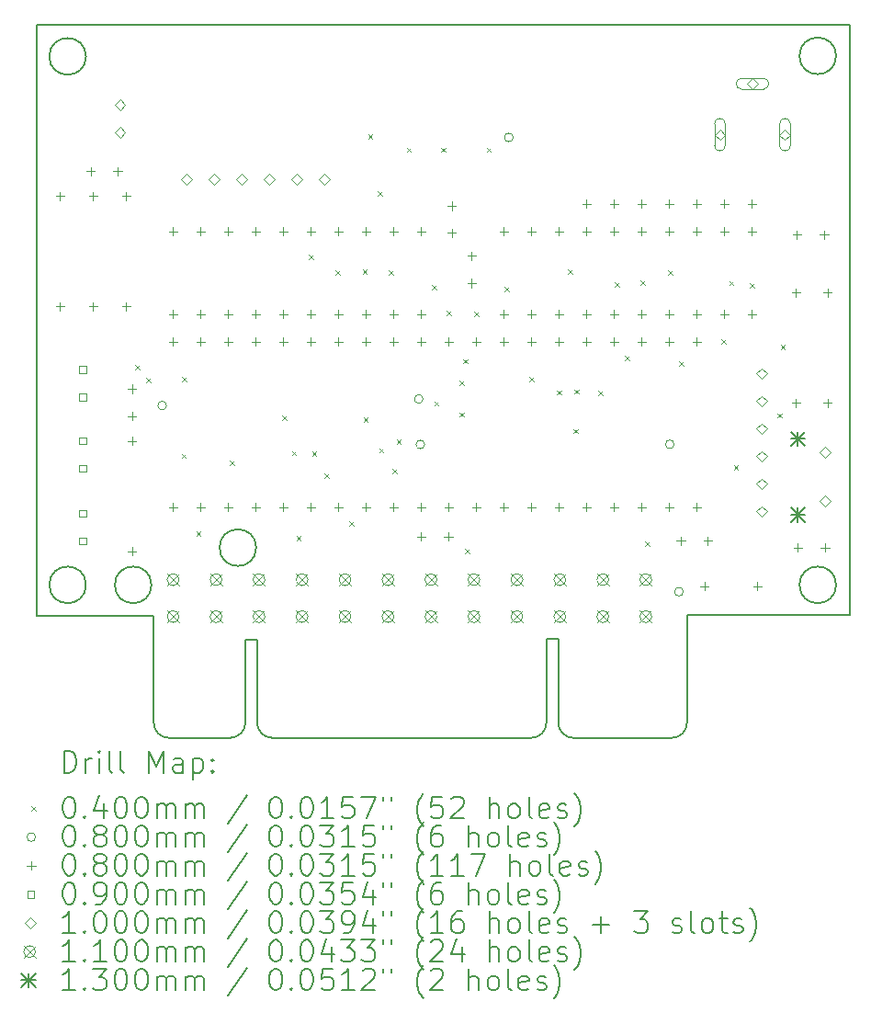
<source format=gbr>
%TF.GenerationSoftware,KiCad,Pcbnew,8.0.4*%
%TF.CreationDate,2024-07-27T17:05:49-04:00*%
%TF.ProjectId,CBM-SD,43424d2d-5344-42e6-9b69-6361645f7063,rev?*%
%TF.SameCoordinates,Original*%
%TF.FileFunction,Drillmap*%
%TF.FilePolarity,Positive*%
%FSLAX45Y45*%
G04 Gerber Fmt 4.5, Leading zero omitted, Abs format (unit mm)*
G04 Created by KiCad (PCBNEW 8.0.4) date 2024-07-27 17:05:49*
%MOMM*%
%LPD*%
G01*
G04 APERTURE LIST*
%ADD10C,0.200660*%
%ADD11C,0.200000*%
%ADD12C,0.100000*%
%ADD13C,0.110000*%
%ADD14C,0.130000*%
G04 APERTURE END LIST*
D10*
X19215100Y-6578600D02*
X19215100Y-11410950D01*
X19215100Y-11410950D02*
X19215100Y-12014200D01*
X12940030Y-13143230D02*
X13505180Y-13143230D01*
X17715230Y-13003530D02*
X17715230Y-12019280D01*
X13892530Y-13143230D02*
X16280130Y-13143230D01*
X16667480Y-13143230D02*
X17575530Y-13143230D01*
X16527780Y-13003530D02*
X16527780Y-12235180D01*
X13644880Y-12241530D02*
X13644880Y-13003530D01*
X13892530Y-13143230D02*
G75*
G02*
X13752830Y-13003530I0J139700D01*
G01*
X16527780Y-12235180D02*
X16419830Y-12235180D01*
X13644880Y-13003530D02*
G75*
G02*
X13505180Y-13143230I-139700J0D01*
G01*
X13644880Y-12241530D02*
X13752830Y-12241530D01*
X16419830Y-12235180D02*
X16419830Y-13003530D01*
X17715230Y-13003530D02*
G75*
G02*
X17575530Y-13143230I-139700J0D01*
G01*
X16419830Y-13003530D02*
G75*
G02*
X16280130Y-13143230I-139700J0D01*
G01*
X13752830Y-13003530D02*
X13752830Y-12241530D01*
X16667480Y-13143230D02*
G75*
G02*
X16527780Y-13003530I0J139700D01*
G01*
X12940030Y-13143230D02*
G75*
G02*
X12800330Y-13003530I0J139700D01*
G01*
X17715230Y-12014200D02*
X17715230Y-12019280D01*
X11722100Y-12023090D02*
X11722100Y-6578600D01*
X19215100Y-6578600D02*
X11722100Y-6578600D01*
X19215100Y-12014200D02*
X18116550Y-12014200D01*
X12176223Y-6867500D02*
G75*
G02*
X11838777Y-6867500I-168723J0D01*
G01*
X11838777Y-6867500D02*
G75*
G02*
X12176223Y-6867500I168723J0D01*
G01*
X12176223Y-11734800D02*
G75*
G02*
X11838777Y-11734800I-168723J0D01*
G01*
X11838777Y-11734800D02*
G75*
G02*
X12176223Y-11734800I168723J0D01*
G01*
X12800330Y-12023090D02*
X11722100Y-12023090D01*
X12779823Y-11734800D02*
G75*
G02*
X12442377Y-11734800I-168723J0D01*
G01*
X12442377Y-11734800D02*
G75*
G02*
X12779823Y-11734800I168723J0D01*
G01*
X13745023Y-11391900D02*
G75*
G02*
X13407577Y-11391900I-168723J0D01*
G01*
X13407577Y-11391900D02*
G75*
G02*
X13745023Y-11391900I168723J0D01*
G01*
X18116550Y-12014200D02*
X17715230Y-12014200D01*
X12800330Y-13003530D02*
X12800330Y-12023090D01*
X19088723Y-6862500D02*
G75*
G02*
X18751277Y-6862500I-168723J0D01*
G01*
X18751277Y-6862500D02*
G75*
G02*
X19088723Y-6862500I168723J0D01*
G01*
X19088723Y-11734800D02*
G75*
G02*
X18751277Y-11734800I-168723J0D01*
G01*
X18751277Y-11734800D02*
G75*
G02*
X19088723Y-11734800I168723J0D01*
G01*
D11*
D12*
X12629200Y-9708200D02*
X12669200Y-9748200D01*
X12669200Y-9708200D02*
X12629200Y-9748200D01*
X12734610Y-9830120D02*
X12774610Y-9870120D01*
X12774610Y-9830120D02*
X12734610Y-9870120D01*
X13057451Y-10527612D02*
X13097451Y-10567612D01*
X13097451Y-10527612D02*
X13057451Y-10567612D01*
X13061000Y-9819960D02*
X13101000Y-9859960D01*
X13101000Y-9819960D02*
X13061000Y-9859960D01*
X13193080Y-11242360D02*
X13233080Y-11282360D01*
X13233080Y-11242360D02*
X13193080Y-11282360D01*
X13502960Y-10593390D02*
X13542960Y-10633390D01*
X13542960Y-10593390D02*
X13502960Y-10633390D01*
X13981750Y-10175560D02*
X14021750Y-10215560D01*
X14021750Y-10175560D02*
X13981750Y-10215560D01*
X14073140Y-10501950D02*
X14113140Y-10541950D01*
X14113140Y-10501950D02*
X14073140Y-10541950D01*
X14115100Y-11283000D02*
X14155100Y-11323000D01*
X14155100Y-11283000D02*
X14115100Y-11323000D01*
X14229400Y-8692200D02*
X14269400Y-8732200D01*
X14269400Y-8692200D02*
X14229400Y-8732200D01*
X14260000Y-10505000D02*
X14300000Y-10545000D01*
X14300000Y-10505000D02*
X14260000Y-10545000D01*
X14371640Y-10708960D02*
X14411640Y-10748960D01*
X14411640Y-10708960D02*
X14371640Y-10748960D01*
X14477050Y-8838250D02*
X14517050Y-8878250D01*
X14517050Y-8838250D02*
X14477050Y-8878250D01*
X14604050Y-11149650D02*
X14644050Y-11189650D01*
X14644050Y-11149650D02*
X14604050Y-11189650D01*
X14724700Y-8831900D02*
X14764700Y-8871900D01*
X14764700Y-8831900D02*
X14724700Y-8871900D01*
X14733590Y-10195880D02*
X14773590Y-10235880D01*
X14773590Y-10195880D02*
X14733590Y-10235880D01*
X14775500Y-7587300D02*
X14815500Y-7627300D01*
X14815500Y-7587300D02*
X14775500Y-7627300D01*
X14863750Y-8108000D02*
X14903750Y-8148000D01*
X14903750Y-8108000D02*
X14863750Y-8148000D01*
X14878750Y-10476250D02*
X14918750Y-10516250D01*
X14918750Y-10476250D02*
X14878750Y-10516250D01*
X14966000Y-8838250D02*
X15006000Y-8878250D01*
X15006000Y-8838250D02*
X14966000Y-8878250D01*
X15002500Y-10670000D02*
X15042500Y-10710000D01*
X15042500Y-10670000D02*
X15002500Y-10710000D01*
X15038390Y-10397810D02*
X15078390Y-10437810D01*
X15078390Y-10397810D02*
X15038390Y-10437810D01*
X15131100Y-7707950D02*
X15171100Y-7747950D01*
X15171100Y-7707950D02*
X15131100Y-7747950D01*
X15366050Y-8971600D02*
X15406050Y-9011600D01*
X15406050Y-8971600D02*
X15366050Y-9011600D01*
X15385100Y-10044750D02*
X15425100Y-10084750D01*
X15425100Y-10044750D02*
X15385100Y-10084750D01*
X15447572Y-7707950D02*
X15487572Y-7747950D01*
X15487572Y-7707950D02*
X15447572Y-7747950D01*
X15499400Y-9211250D02*
X15539400Y-9251250D01*
X15539400Y-9211250D02*
X15499400Y-9251250D01*
X15616240Y-9851710D02*
X15656240Y-9891710D01*
X15656240Y-9851710D02*
X15616240Y-9891710D01*
X15620050Y-10146350D02*
X15660050Y-10186350D01*
X15660050Y-10146350D02*
X15620050Y-10186350D01*
X15651800Y-9654860D02*
X15691800Y-9694860D01*
X15691800Y-9654860D02*
X15651800Y-9694860D01*
X15670850Y-11403650D02*
X15710850Y-11443650D01*
X15710850Y-11403650D02*
X15670850Y-11443650D01*
X15753400Y-9219250D02*
X15793400Y-9259250D01*
X15793400Y-9219250D02*
X15753400Y-9259250D01*
X15867700Y-7707950D02*
X15907700Y-7747950D01*
X15907700Y-7707950D02*
X15867700Y-7747950D01*
X16032800Y-8990650D02*
X16072800Y-9030650D01*
X16072800Y-8990650D02*
X16032800Y-9030650D01*
X16263940Y-9821230D02*
X16303940Y-9861230D01*
X16303940Y-9821230D02*
X16263940Y-9861230D01*
X16515400Y-9943150D02*
X16555400Y-9983150D01*
X16555400Y-9943150D02*
X16515400Y-9983150D01*
X16617000Y-8831900D02*
X16657000Y-8871900D01*
X16657000Y-8831900D02*
X16617000Y-8871900D01*
X16667800Y-10298750D02*
X16707800Y-10338750D01*
X16707800Y-10298750D02*
X16667800Y-10338750D01*
X16676690Y-9935530D02*
X16716690Y-9975530D01*
X16716690Y-9935530D02*
X16676690Y-9975530D01*
X16896400Y-9944420D02*
X16936400Y-9984420D01*
X16936400Y-9944420D02*
X16896400Y-9984420D01*
X17048800Y-8946200D02*
X17088800Y-8986200D01*
X17088800Y-8946200D02*
X17048800Y-8986200D01*
X17144050Y-9625650D02*
X17184050Y-9665650D01*
X17184050Y-9625650D02*
X17144050Y-9665650D01*
X17285020Y-8932230D02*
X17325020Y-8972230D01*
X17325020Y-8932230D02*
X17285020Y-8972230D01*
X17328200Y-11333800D02*
X17368200Y-11373800D01*
X17368200Y-11333800D02*
X17328200Y-11373800D01*
X17537750Y-8835710D02*
X17577750Y-8875710D01*
X17577750Y-8835710D02*
X17537750Y-8875710D01*
X17641890Y-9676450D02*
X17681890Y-9716450D01*
X17681890Y-9676450D02*
X17641890Y-9716450D01*
X18033050Y-9474520D02*
X18073050Y-9514520D01*
X18073050Y-9474520D02*
X18033050Y-9514520D01*
X18102900Y-8936040D02*
X18142900Y-8976040D01*
X18142900Y-8936040D02*
X18102900Y-8976040D01*
X18145951Y-10635951D02*
X18185951Y-10675951D01*
X18185951Y-10635951D02*
X18145951Y-10675951D01*
X18293400Y-8958900D02*
X18333400Y-8998900D01*
X18333400Y-8958900D02*
X18293400Y-8998900D01*
X18547500Y-10155000D02*
X18587500Y-10195000D01*
X18587500Y-10155000D02*
X18547500Y-10195000D01*
X18577500Y-9525000D02*
X18617500Y-9565000D01*
X18617500Y-9525000D02*
X18577500Y-9565000D01*
X12919070Y-10083800D02*
G75*
G02*
X12839070Y-10083800I-40000J0D01*
G01*
X12839070Y-10083800D02*
G75*
G02*
X12919070Y-10083800I40000J0D01*
G01*
X15282540Y-10022840D02*
G75*
G02*
X15202540Y-10022840I-40000J0D01*
G01*
X15202540Y-10022840D02*
G75*
G02*
X15282540Y-10022840I40000J0D01*
G01*
X15297780Y-10441940D02*
G75*
G02*
X15217780Y-10441940I-40000J0D01*
G01*
X15217780Y-10441940D02*
G75*
G02*
X15297780Y-10441940I40000J0D01*
G01*
X16113120Y-7613650D02*
G75*
G02*
X16033120Y-7613650I-40000J0D01*
G01*
X16033120Y-7613650D02*
G75*
G02*
X16113120Y-7613650I40000J0D01*
G01*
X17596480Y-10440670D02*
G75*
G02*
X17516480Y-10440670I-40000J0D01*
G01*
X17516480Y-10440670D02*
G75*
G02*
X17596480Y-10440670I40000J0D01*
G01*
X17680300Y-11798300D02*
G75*
G02*
X17600300Y-11798300I-40000J0D01*
G01*
X17600300Y-11798300D02*
G75*
G02*
X17680300Y-11798300I40000J0D01*
G01*
X11938000Y-8113400D02*
X11938000Y-8193400D01*
X11898000Y-8153400D02*
X11978000Y-8153400D01*
X11938000Y-9129400D02*
X11938000Y-9209400D01*
X11898000Y-9169400D02*
X11978000Y-9169400D01*
X12219400Y-7884800D02*
X12219400Y-7964800D01*
X12179400Y-7924800D02*
X12259400Y-7924800D01*
X12242800Y-8113400D02*
X12242800Y-8193400D01*
X12202800Y-8153400D02*
X12282800Y-8153400D01*
X12242800Y-9129400D02*
X12242800Y-9209400D01*
X12202800Y-9169400D02*
X12282800Y-9169400D01*
X12469400Y-7884800D02*
X12469400Y-7964800D01*
X12429400Y-7924800D02*
X12509400Y-7924800D01*
X12547600Y-8113400D02*
X12547600Y-8193400D01*
X12507600Y-8153400D02*
X12587600Y-8153400D01*
X12547600Y-9129400D02*
X12547600Y-9209400D01*
X12507600Y-9169400D02*
X12587600Y-9169400D01*
X12599670Y-10367650D02*
X12599670Y-10447650D01*
X12559670Y-10407650D02*
X12639670Y-10407650D01*
X12599670Y-11383650D02*
X12599670Y-11463650D01*
X12559670Y-11423650D02*
X12639670Y-11423650D01*
X12600940Y-9889050D02*
X12600940Y-9969050D01*
X12560940Y-9929050D02*
X12640940Y-9929050D01*
X12600940Y-10139050D02*
X12600940Y-10219050D01*
X12560940Y-10179050D02*
X12640940Y-10179050D01*
X12979400Y-8437250D02*
X12979400Y-8517250D01*
X12939400Y-8477250D02*
X13019400Y-8477250D01*
X12979400Y-9199250D02*
X12979400Y-9279250D01*
X12939400Y-9239250D02*
X13019400Y-9239250D01*
X12979400Y-9453250D02*
X12979400Y-9533250D01*
X12939400Y-9493250D02*
X13019400Y-9493250D01*
X12979400Y-10977250D02*
X12979400Y-11057250D01*
X12939400Y-11017250D02*
X13019400Y-11017250D01*
X13233400Y-8437250D02*
X13233400Y-8517250D01*
X13193400Y-8477250D02*
X13273400Y-8477250D01*
X13233400Y-9199250D02*
X13233400Y-9279250D01*
X13193400Y-9239250D02*
X13273400Y-9239250D01*
X13233400Y-9453250D02*
X13233400Y-9533250D01*
X13193400Y-9493250D02*
X13273400Y-9493250D01*
X13233400Y-10977250D02*
X13233400Y-11057250D01*
X13193400Y-11017250D02*
X13273400Y-11017250D01*
X13487400Y-8437250D02*
X13487400Y-8517250D01*
X13447400Y-8477250D02*
X13527400Y-8477250D01*
X13487400Y-9199250D02*
X13487400Y-9279250D01*
X13447400Y-9239250D02*
X13527400Y-9239250D01*
X13487400Y-9453250D02*
X13487400Y-9533250D01*
X13447400Y-9493250D02*
X13527400Y-9493250D01*
X13487400Y-10977250D02*
X13487400Y-11057250D01*
X13447400Y-11017250D02*
X13527400Y-11017250D01*
X13741400Y-8437250D02*
X13741400Y-8517250D01*
X13701400Y-8477250D02*
X13781400Y-8477250D01*
X13741400Y-9199250D02*
X13741400Y-9279250D01*
X13701400Y-9239250D02*
X13781400Y-9239250D01*
X13741400Y-9453250D02*
X13741400Y-9533250D01*
X13701400Y-9493250D02*
X13781400Y-9493250D01*
X13741400Y-10977250D02*
X13741400Y-11057250D01*
X13701400Y-11017250D02*
X13781400Y-11017250D01*
X13995400Y-8437250D02*
X13995400Y-8517250D01*
X13955400Y-8477250D02*
X14035400Y-8477250D01*
X13995400Y-9199250D02*
X13995400Y-9279250D01*
X13955400Y-9239250D02*
X14035400Y-9239250D01*
X13995400Y-9453250D02*
X13995400Y-9533250D01*
X13955400Y-9493250D02*
X14035400Y-9493250D01*
X13995400Y-10977250D02*
X13995400Y-11057250D01*
X13955400Y-11017250D02*
X14035400Y-11017250D01*
X14249400Y-8437250D02*
X14249400Y-8517250D01*
X14209400Y-8477250D02*
X14289400Y-8477250D01*
X14249400Y-9199250D02*
X14249400Y-9279250D01*
X14209400Y-9239250D02*
X14289400Y-9239250D01*
X14249400Y-9453250D02*
X14249400Y-9533250D01*
X14209400Y-9493250D02*
X14289400Y-9493250D01*
X14249400Y-10977250D02*
X14249400Y-11057250D01*
X14209400Y-11017250D02*
X14289400Y-11017250D01*
X14503400Y-8437250D02*
X14503400Y-8517250D01*
X14463400Y-8477250D02*
X14543400Y-8477250D01*
X14503400Y-9199250D02*
X14503400Y-9279250D01*
X14463400Y-9239250D02*
X14543400Y-9239250D01*
X14503400Y-9453250D02*
X14503400Y-9533250D01*
X14463400Y-9493250D02*
X14543400Y-9493250D01*
X14503400Y-10977250D02*
X14503400Y-11057250D01*
X14463400Y-11017250D02*
X14543400Y-11017250D01*
X14757400Y-8437250D02*
X14757400Y-8517250D01*
X14717400Y-8477250D02*
X14797400Y-8477250D01*
X14757400Y-9199250D02*
X14757400Y-9279250D01*
X14717400Y-9239250D02*
X14797400Y-9239250D01*
X14757400Y-9453250D02*
X14757400Y-9533250D01*
X14717400Y-9493250D02*
X14797400Y-9493250D01*
X14757400Y-10977250D02*
X14757400Y-11057250D01*
X14717400Y-11017250D02*
X14797400Y-11017250D01*
X15011400Y-8437250D02*
X15011400Y-8517250D01*
X14971400Y-8477250D02*
X15051400Y-8477250D01*
X15011400Y-9199250D02*
X15011400Y-9279250D01*
X14971400Y-9239250D02*
X15051400Y-9239250D01*
X15011400Y-9453250D02*
X15011400Y-9533250D01*
X14971400Y-9493250D02*
X15051400Y-9493250D01*
X15011400Y-10977250D02*
X15011400Y-11057250D01*
X14971400Y-11017250D02*
X15051400Y-11017250D01*
X15265400Y-8437250D02*
X15265400Y-8517250D01*
X15225400Y-8477250D02*
X15305400Y-8477250D01*
X15265400Y-9199250D02*
X15265400Y-9279250D01*
X15225400Y-9239250D02*
X15305400Y-9239250D01*
X15265400Y-9453250D02*
X15265400Y-9533250D01*
X15225400Y-9493250D02*
X15305400Y-9493250D01*
X15265400Y-10977250D02*
X15265400Y-11057250D01*
X15225400Y-11017250D02*
X15305400Y-11017250D01*
X15265400Y-11250300D02*
X15265400Y-11330300D01*
X15225400Y-11290300D02*
X15305400Y-11290300D01*
X15515400Y-11250300D02*
X15515400Y-11330300D01*
X15475400Y-11290300D02*
X15555400Y-11290300D01*
X15519400Y-9453250D02*
X15519400Y-9533250D01*
X15479400Y-9493250D02*
X15559400Y-9493250D01*
X15519400Y-10977250D02*
X15519400Y-11057250D01*
X15479400Y-11017250D02*
X15559400Y-11017250D01*
X15547500Y-8202500D02*
X15547500Y-8282500D01*
X15507500Y-8242500D02*
X15587500Y-8242500D01*
X15547500Y-8452500D02*
X15547500Y-8532500D01*
X15507500Y-8492500D02*
X15587500Y-8492500D01*
X15730000Y-8665000D02*
X15730000Y-8745000D01*
X15690000Y-8705000D02*
X15770000Y-8705000D01*
X15730000Y-8915000D02*
X15730000Y-8995000D01*
X15690000Y-8955000D02*
X15770000Y-8955000D01*
X15773400Y-9453250D02*
X15773400Y-9533250D01*
X15733400Y-9493250D02*
X15813400Y-9493250D01*
X15773400Y-10977250D02*
X15773400Y-11057250D01*
X15733400Y-11017250D02*
X15813400Y-11017250D01*
X16027400Y-8437250D02*
X16027400Y-8517250D01*
X15987400Y-8477250D02*
X16067400Y-8477250D01*
X16027400Y-9199250D02*
X16027400Y-9279250D01*
X15987400Y-9239250D02*
X16067400Y-9239250D01*
X16027400Y-9453250D02*
X16027400Y-9533250D01*
X15987400Y-9493250D02*
X16067400Y-9493250D01*
X16027400Y-10977250D02*
X16027400Y-11057250D01*
X15987400Y-11017250D02*
X16067400Y-11017250D01*
X16281400Y-8437250D02*
X16281400Y-8517250D01*
X16241400Y-8477250D02*
X16321400Y-8477250D01*
X16281400Y-9199250D02*
X16281400Y-9279250D01*
X16241400Y-9239250D02*
X16321400Y-9239250D01*
X16281400Y-9453250D02*
X16281400Y-9533250D01*
X16241400Y-9493250D02*
X16321400Y-9493250D01*
X16281400Y-10977250D02*
X16281400Y-11057250D01*
X16241400Y-11017250D02*
X16321400Y-11017250D01*
X16535400Y-8437250D02*
X16535400Y-8517250D01*
X16495400Y-8477250D02*
X16575400Y-8477250D01*
X16535400Y-9199250D02*
X16535400Y-9279250D01*
X16495400Y-9239250D02*
X16575400Y-9239250D01*
X16535400Y-9453250D02*
X16535400Y-9533250D01*
X16495400Y-9493250D02*
X16575400Y-9493250D01*
X16535400Y-10977250D02*
X16535400Y-11057250D01*
X16495400Y-11017250D02*
X16575400Y-11017250D01*
X16789400Y-8183250D02*
X16789400Y-8263250D01*
X16749400Y-8223250D02*
X16829400Y-8223250D01*
X16789400Y-8437250D02*
X16789400Y-8517250D01*
X16749400Y-8477250D02*
X16829400Y-8477250D01*
X16789400Y-9199250D02*
X16789400Y-9279250D01*
X16749400Y-9239250D02*
X16829400Y-9239250D01*
X16789400Y-9453250D02*
X16789400Y-9533250D01*
X16749400Y-9493250D02*
X16829400Y-9493250D01*
X16789400Y-10977250D02*
X16789400Y-11057250D01*
X16749400Y-11017250D02*
X16829400Y-11017250D01*
X17043400Y-8183250D02*
X17043400Y-8263250D01*
X17003400Y-8223250D02*
X17083400Y-8223250D01*
X17043400Y-8437250D02*
X17043400Y-8517250D01*
X17003400Y-8477250D02*
X17083400Y-8477250D01*
X17043400Y-9199250D02*
X17043400Y-9279250D01*
X17003400Y-9239250D02*
X17083400Y-9239250D01*
X17043400Y-9453250D02*
X17043400Y-9533250D01*
X17003400Y-9493250D02*
X17083400Y-9493250D01*
X17043400Y-10977250D02*
X17043400Y-11057250D01*
X17003400Y-11017250D02*
X17083400Y-11017250D01*
X17297400Y-8183250D02*
X17297400Y-8263250D01*
X17257400Y-8223250D02*
X17337400Y-8223250D01*
X17297400Y-8437250D02*
X17297400Y-8517250D01*
X17257400Y-8477250D02*
X17337400Y-8477250D01*
X17297400Y-9199250D02*
X17297400Y-9279250D01*
X17257400Y-9239250D02*
X17337400Y-9239250D01*
X17297400Y-9453250D02*
X17297400Y-9533250D01*
X17257400Y-9493250D02*
X17337400Y-9493250D01*
X17297400Y-10977250D02*
X17297400Y-11057250D01*
X17257400Y-11017250D02*
X17337400Y-11017250D01*
X17551400Y-8183250D02*
X17551400Y-8263250D01*
X17511400Y-8223250D02*
X17591400Y-8223250D01*
X17551400Y-8437250D02*
X17551400Y-8517250D01*
X17511400Y-8477250D02*
X17591400Y-8477250D01*
X17551400Y-9199250D02*
X17551400Y-9279250D01*
X17511400Y-9239250D02*
X17591400Y-9239250D01*
X17551400Y-9453250D02*
X17551400Y-9533250D01*
X17511400Y-9493250D02*
X17591400Y-9493250D01*
X17551400Y-10977250D02*
X17551400Y-11057250D01*
X17511400Y-11017250D02*
X17591400Y-11017250D01*
X17657000Y-11288400D02*
X17657000Y-11368400D01*
X17617000Y-11328400D02*
X17697000Y-11328400D01*
X17805400Y-8183250D02*
X17805400Y-8263250D01*
X17765400Y-8223250D02*
X17845400Y-8223250D01*
X17805400Y-8437250D02*
X17805400Y-8517250D01*
X17765400Y-8477250D02*
X17845400Y-8477250D01*
X17805400Y-9199250D02*
X17805400Y-9279250D01*
X17765400Y-9239250D02*
X17845400Y-9239250D01*
X17805400Y-9453250D02*
X17805400Y-9533250D01*
X17765400Y-9493250D02*
X17845400Y-9493250D01*
X17805400Y-10977250D02*
X17805400Y-11057250D01*
X17765400Y-11017250D02*
X17845400Y-11017250D01*
X17876200Y-11707500D02*
X17876200Y-11787500D01*
X17836200Y-11747500D02*
X17916200Y-11747500D01*
X17907000Y-11288400D02*
X17907000Y-11368400D01*
X17867000Y-11328400D02*
X17947000Y-11328400D01*
X18059400Y-8183250D02*
X18059400Y-8263250D01*
X18019400Y-8223250D02*
X18099400Y-8223250D01*
X18059400Y-8437250D02*
X18059400Y-8517250D01*
X18019400Y-8477250D02*
X18099400Y-8477250D01*
X18059400Y-9199250D02*
X18059400Y-9279250D01*
X18019400Y-9239250D02*
X18099400Y-9239250D01*
X18313400Y-8183250D02*
X18313400Y-8263250D01*
X18273400Y-8223250D02*
X18353400Y-8223250D01*
X18313400Y-8437250D02*
X18313400Y-8517250D01*
X18273400Y-8477250D02*
X18353400Y-8477250D01*
X18313400Y-9199250D02*
X18313400Y-9279250D01*
X18273400Y-9239250D02*
X18353400Y-9239250D01*
X18364200Y-11707500D02*
X18364200Y-11787500D01*
X18324200Y-11747500D02*
X18404200Y-11747500D01*
X18719800Y-9002400D02*
X18719800Y-9082400D01*
X18679800Y-9042400D02*
X18759800Y-9042400D01*
X18719800Y-10018400D02*
X18719800Y-10098400D01*
X18679800Y-10058400D02*
X18759800Y-10058400D01*
X18728562Y-8469000D02*
X18728562Y-8549000D01*
X18688562Y-8509000D02*
X18768562Y-8509000D01*
X18736500Y-11351900D02*
X18736500Y-11431900D01*
X18696500Y-11391900D02*
X18776500Y-11391900D01*
X18978562Y-8469000D02*
X18978562Y-8549000D01*
X18938562Y-8509000D02*
X19018562Y-8509000D01*
X18986500Y-11351900D02*
X18986500Y-11431900D01*
X18946500Y-11391900D02*
X19026500Y-11391900D01*
X19009360Y-9002400D02*
X19009360Y-9082400D01*
X18969360Y-9042400D02*
X19049360Y-9042400D01*
X19009360Y-10018400D02*
X19009360Y-10098400D01*
X18969360Y-10058400D02*
X19049360Y-10058400D01*
X12176830Y-10439470D02*
X12176830Y-10375830D01*
X12113190Y-10375830D01*
X12113190Y-10439470D01*
X12176830Y-10439470D01*
X12176830Y-10693470D02*
X12176830Y-10629830D01*
X12113190Y-10629830D01*
X12113190Y-10693470D01*
X12176830Y-10693470D01*
X12176830Y-11110030D02*
X12176830Y-11046390D01*
X12113190Y-11046390D01*
X12113190Y-11110030D01*
X12176830Y-11110030D01*
X12176830Y-11364030D02*
X12176830Y-11300390D01*
X12113190Y-11300390D01*
X12113190Y-11364030D01*
X12176830Y-11364030D01*
X12178100Y-9781610D02*
X12178100Y-9717970D01*
X12114460Y-9717970D01*
X12114460Y-9781610D01*
X12178100Y-9781610D01*
X12178100Y-10035610D02*
X12178100Y-9971970D01*
X12114460Y-9971970D01*
X12114460Y-10035610D01*
X12178100Y-10035610D01*
X12489180Y-7362660D02*
X12539180Y-7312660D01*
X12489180Y-7262660D01*
X12439180Y-7312660D01*
X12489180Y-7362660D01*
X12489180Y-7616660D02*
X12539180Y-7566660D01*
X12489180Y-7516660D01*
X12439180Y-7566660D01*
X12489180Y-7616660D01*
X13106400Y-8051000D02*
X13156400Y-8001000D01*
X13106400Y-7951000D01*
X13056400Y-8001000D01*
X13106400Y-8051000D01*
X13360400Y-8051000D02*
X13410400Y-8001000D01*
X13360400Y-7951000D01*
X13310400Y-8001000D01*
X13360400Y-8051000D01*
X13614400Y-8051000D02*
X13664400Y-8001000D01*
X13614400Y-7951000D01*
X13564400Y-8001000D01*
X13614400Y-8051000D01*
X13868400Y-8051000D02*
X13918400Y-8001000D01*
X13868400Y-7951000D01*
X13818400Y-8001000D01*
X13868400Y-8051000D01*
X14122400Y-8051000D02*
X14172400Y-8001000D01*
X14122400Y-7951000D01*
X14072400Y-8001000D01*
X14122400Y-8051000D01*
X14376400Y-8051000D02*
X14426400Y-8001000D01*
X14376400Y-7951000D01*
X14326400Y-8001000D01*
X14376400Y-8051000D01*
X18018200Y-7638750D02*
X18068200Y-7588750D01*
X18018200Y-7538750D01*
X17968200Y-7588750D01*
X18018200Y-7638750D01*
X18068200Y-7688750D02*
X18068200Y-7488750D01*
X17968200Y-7488750D02*
G75*
G02*
X18068200Y-7488750I50000J0D01*
G01*
X17968200Y-7488750D02*
X17968200Y-7688750D01*
X17968200Y-7688750D02*
G75*
G03*
X18068200Y-7688750I50000J0D01*
G01*
X18318200Y-7168750D02*
X18368200Y-7118750D01*
X18318200Y-7068750D01*
X18268200Y-7118750D01*
X18318200Y-7168750D01*
X18418200Y-7068750D02*
X18218200Y-7068750D01*
X18218200Y-7168750D02*
G75*
G02*
X18218200Y-7068750I0J50000D01*
G01*
X18218200Y-7168750D02*
X18418200Y-7168750D01*
X18418200Y-7168750D02*
G75*
G03*
X18418200Y-7068750I0J50000D01*
G01*
X18399760Y-9839160D02*
X18449760Y-9789160D01*
X18399760Y-9739160D01*
X18349760Y-9789160D01*
X18399760Y-9839160D01*
X18399760Y-10093160D02*
X18449760Y-10043160D01*
X18399760Y-9993160D01*
X18349760Y-10043160D01*
X18399760Y-10093160D01*
X18399760Y-10347160D02*
X18449760Y-10297160D01*
X18399760Y-10247160D01*
X18349760Y-10297160D01*
X18399760Y-10347160D01*
X18399760Y-10601160D02*
X18449760Y-10551160D01*
X18399760Y-10501160D01*
X18349760Y-10551160D01*
X18399760Y-10601160D01*
X18399760Y-10855160D02*
X18449760Y-10805160D01*
X18399760Y-10755160D01*
X18349760Y-10805160D01*
X18399760Y-10855160D01*
X18399760Y-11109160D02*
X18449760Y-11059160D01*
X18399760Y-11009160D01*
X18349760Y-11059160D01*
X18399760Y-11109160D01*
X18618200Y-7638750D02*
X18668200Y-7588750D01*
X18618200Y-7538750D01*
X18568200Y-7588750D01*
X18618200Y-7638750D01*
X18668200Y-7688750D02*
X18668200Y-7488750D01*
X18568200Y-7488750D02*
G75*
G02*
X18668200Y-7488750I50000J0D01*
G01*
X18568200Y-7488750D02*
X18568200Y-7688750D01*
X18568200Y-7688750D02*
G75*
G03*
X18668200Y-7688750I50000J0D01*
G01*
X18985040Y-10564640D02*
X19035040Y-10514640D01*
X18985040Y-10464640D01*
X18935040Y-10514640D01*
X18985040Y-10564640D01*
X18985040Y-11014640D02*
X19035040Y-10964640D01*
X18985040Y-10914640D01*
X18935040Y-10964640D01*
X18985040Y-11014640D01*
D13*
X12924400Y-11631900D02*
X13034400Y-11741900D01*
X13034400Y-11631900D02*
X12924400Y-11741900D01*
X13034400Y-11686900D02*
G75*
G02*
X12924400Y-11686900I-55000J0D01*
G01*
X12924400Y-11686900D02*
G75*
G02*
X13034400Y-11686900I55000J0D01*
G01*
X12924400Y-11971900D02*
X13034400Y-12081900D01*
X13034400Y-11971900D02*
X12924400Y-12081900D01*
X13034400Y-12026900D02*
G75*
G02*
X12924400Y-12026900I-55000J0D01*
G01*
X12924400Y-12026900D02*
G75*
G02*
X13034400Y-12026900I55000J0D01*
G01*
X13320409Y-11631900D02*
X13430409Y-11741900D01*
X13430409Y-11631900D02*
X13320409Y-11741900D01*
X13430409Y-11686900D02*
G75*
G02*
X13320409Y-11686900I-55000J0D01*
G01*
X13320409Y-11686900D02*
G75*
G02*
X13430409Y-11686900I55000J0D01*
G01*
X13320409Y-11971900D02*
X13430409Y-12081900D01*
X13430409Y-11971900D02*
X13320409Y-12081900D01*
X13430409Y-12026900D02*
G75*
G02*
X13320409Y-12026900I-55000J0D01*
G01*
X13320409Y-12026900D02*
G75*
G02*
X13430409Y-12026900I55000J0D01*
G01*
X13716418Y-11631900D02*
X13826418Y-11741900D01*
X13826418Y-11631900D02*
X13716418Y-11741900D01*
X13826418Y-11686900D02*
G75*
G02*
X13716418Y-11686900I-55000J0D01*
G01*
X13716418Y-11686900D02*
G75*
G02*
X13826418Y-11686900I55000J0D01*
G01*
X13716418Y-11971900D02*
X13826418Y-12081900D01*
X13826418Y-11971900D02*
X13716418Y-12081900D01*
X13826418Y-12026900D02*
G75*
G02*
X13716418Y-12026900I-55000J0D01*
G01*
X13716418Y-12026900D02*
G75*
G02*
X13826418Y-12026900I55000J0D01*
G01*
X14112427Y-11631900D02*
X14222427Y-11741900D01*
X14222427Y-11631900D02*
X14112427Y-11741900D01*
X14222427Y-11686900D02*
G75*
G02*
X14112427Y-11686900I-55000J0D01*
G01*
X14112427Y-11686900D02*
G75*
G02*
X14222427Y-11686900I55000J0D01*
G01*
X14112427Y-11971900D02*
X14222427Y-12081900D01*
X14222427Y-11971900D02*
X14112427Y-12081900D01*
X14222427Y-12026900D02*
G75*
G02*
X14112427Y-12026900I-55000J0D01*
G01*
X14112427Y-12026900D02*
G75*
G02*
X14222427Y-12026900I55000J0D01*
G01*
X14508436Y-11631900D02*
X14618436Y-11741900D01*
X14618436Y-11631900D02*
X14508436Y-11741900D01*
X14618436Y-11686900D02*
G75*
G02*
X14508436Y-11686900I-55000J0D01*
G01*
X14508436Y-11686900D02*
G75*
G02*
X14618436Y-11686900I55000J0D01*
G01*
X14508436Y-11971900D02*
X14618436Y-12081900D01*
X14618436Y-11971900D02*
X14508436Y-12081900D01*
X14618436Y-12026900D02*
G75*
G02*
X14508436Y-12026900I-55000J0D01*
G01*
X14508436Y-12026900D02*
G75*
G02*
X14618436Y-12026900I55000J0D01*
G01*
X14904445Y-11631900D02*
X15014445Y-11741900D01*
X15014445Y-11631900D02*
X14904445Y-11741900D01*
X15014445Y-11686900D02*
G75*
G02*
X14904445Y-11686900I-55000J0D01*
G01*
X14904445Y-11686900D02*
G75*
G02*
X15014445Y-11686900I55000J0D01*
G01*
X14904445Y-11971900D02*
X15014445Y-12081900D01*
X15014445Y-11971900D02*
X14904445Y-12081900D01*
X15014445Y-12026900D02*
G75*
G02*
X14904445Y-12026900I-55000J0D01*
G01*
X14904445Y-12026900D02*
G75*
G02*
X15014445Y-12026900I55000J0D01*
G01*
X15300454Y-11631900D02*
X15410454Y-11741900D01*
X15410454Y-11631900D02*
X15300454Y-11741900D01*
X15410454Y-11686900D02*
G75*
G02*
X15300454Y-11686900I-55000J0D01*
G01*
X15300454Y-11686900D02*
G75*
G02*
X15410454Y-11686900I55000J0D01*
G01*
X15300454Y-11971900D02*
X15410454Y-12081900D01*
X15410454Y-11971900D02*
X15300454Y-12081900D01*
X15410454Y-12026900D02*
G75*
G02*
X15300454Y-12026900I-55000J0D01*
G01*
X15300454Y-12026900D02*
G75*
G02*
X15410454Y-12026900I55000J0D01*
G01*
X15696463Y-11631900D02*
X15806463Y-11741900D01*
X15806463Y-11631900D02*
X15696463Y-11741900D01*
X15806463Y-11686900D02*
G75*
G02*
X15696463Y-11686900I-55000J0D01*
G01*
X15696463Y-11686900D02*
G75*
G02*
X15806463Y-11686900I55000J0D01*
G01*
X15696463Y-11971900D02*
X15806463Y-12081900D01*
X15806463Y-11971900D02*
X15696463Y-12081900D01*
X15806463Y-12026900D02*
G75*
G02*
X15696463Y-12026900I-55000J0D01*
G01*
X15696463Y-12026900D02*
G75*
G02*
X15806463Y-12026900I55000J0D01*
G01*
X16092472Y-11631900D02*
X16202472Y-11741900D01*
X16202472Y-11631900D02*
X16092472Y-11741900D01*
X16202472Y-11686900D02*
G75*
G02*
X16092472Y-11686900I-55000J0D01*
G01*
X16092472Y-11686900D02*
G75*
G02*
X16202472Y-11686900I55000J0D01*
G01*
X16092472Y-11971900D02*
X16202472Y-12081900D01*
X16202472Y-11971900D02*
X16092472Y-12081900D01*
X16202472Y-12026900D02*
G75*
G02*
X16092472Y-12026900I-55000J0D01*
G01*
X16092472Y-12026900D02*
G75*
G02*
X16202472Y-12026900I55000J0D01*
G01*
X16488481Y-11631900D02*
X16598481Y-11741900D01*
X16598481Y-11631900D02*
X16488481Y-11741900D01*
X16598481Y-11686900D02*
G75*
G02*
X16488481Y-11686900I-55000J0D01*
G01*
X16488481Y-11686900D02*
G75*
G02*
X16598481Y-11686900I55000J0D01*
G01*
X16488481Y-11971900D02*
X16598481Y-12081900D01*
X16598481Y-11971900D02*
X16488481Y-12081900D01*
X16598481Y-12026900D02*
G75*
G02*
X16488481Y-12026900I-55000J0D01*
G01*
X16488481Y-12026900D02*
G75*
G02*
X16598481Y-12026900I55000J0D01*
G01*
X16884490Y-11631900D02*
X16994490Y-11741900D01*
X16994490Y-11631900D02*
X16884490Y-11741900D01*
X16994490Y-11686900D02*
G75*
G02*
X16884490Y-11686900I-55000J0D01*
G01*
X16884490Y-11686900D02*
G75*
G02*
X16994490Y-11686900I55000J0D01*
G01*
X16884490Y-11971900D02*
X16994490Y-12081900D01*
X16994490Y-11971900D02*
X16884490Y-12081900D01*
X16994490Y-12026900D02*
G75*
G02*
X16884490Y-12026900I-55000J0D01*
G01*
X16884490Y-12026900D02*
G75*
G02*
X16994490Y-12026900I55000J0D01*
G01*
X17280500Y-11631900D02*
X17390500Y-11741900D01*
X17390500Y-11631900D02*
X17280500Y-11741900D01*
X17390500Y-11686900D02*
G75*
G02*
X17280500Y-11686900I-55000J0D01*
G01*
X17280500Y-11686900D02*
G75*
G02*
X17390500Y-11686900I55000J0D01*
G01*
X17280500Y-11971900D02*
X17390500Y-12081900D01*
X17390500Y-11971900D02*
X17280500Y-12081900D01*
X17390500Y-12026900D02*
G75*
G02*
X17280500Y-12026900I-55000J0D01*
G01*
X17280500Y-12026900D02*
G75*
G02*
X17390500Y-12026900I55000J0D01*
G01*
D14*
X18670040Y-10324640D02*
X18800040Y-10454640D01*
X18800040Y-10324640D02*
X18670040Y-10454640D01*
X18735040Y-10324640D02*
X18735040Y-10454640D01*
X18670040Y-10389640D02*
X18800040Y-10389640D01*
X18670040Y-11024640D02*
X18800040Y-11154640D01*
X18800040Y-11024640D02*
X18670040Y-11154640D01*
X18735040Y-11024640D02*
X18735040Y-11154640D01*
X18670040Y-11089640D02*
X18800040Y-11089640D01*
D11*
X11972844Y-13464747D02*
X11972844Y-13264747D01*
X11972844Y-13264747D02*
X12020463Y-13264747D01*
X12020463Y-13264747D02*
X12049034Y-13274271D01*
X12049034Y-13274271D02*
X12068082Y-13293318D01*
X12068082Y-13293318D02*
X12077606Y-13312366D01*
X12077606Y-13312366D02*
X12087129Y-13350461D01*
X12087129Y-13350461D02*
X12087129Y-13379032D01*
X12087129Y-13379032D02*
X12077606Y-13417128D01*
X12077606Y-13417128D02*
X12068082Y-13436175D01*
X12068082Y-13436175D02*
X12049034Y-13455223D01*
X12049034Y-13455223D02*
X12020463Y-13464747D01*
X12020463Y-13464747D02*
X11972844Y-13464747D01*
X12172844Y-13464747D02*
X12172844Y-13331413D01*
X12172844Y-13369509D02*
X12182368Y-13350461D01*
X12182368Y-13350461D02*
X12191891Y-13340937D01*
X12191891Y-13340937D02*
X12210939Y-13331413D01*
X12210939Y-13331413D02*
X12229987Y-13331413D01*
X12296653Y-13464747D02*
X12296653Y-13331413D01*
X12296653Y-13264747D02*
X12287129Y-13274271D01*
X12287129Y-13274271D02*
X12296653Y-13283794D01*
X12296653Y-13283794D02*
X12306177Y-13274271D01*
X12306177Y-13274271D02*
X12296653Y-13264747D01*
X12296653Y-13264747D02*
X12296653Y-13283794D01*
X12420463Y-13464747D02*
X12401415Y-13455223D01*
X12401415Y-13455223D02*
X12391891Y-13436175D01*
X12391891Y-13436175D02*
X12391891Y-13264747D01*
X12525225Y-13464747D02*
X12506177Y-13455223D01*
X12506177Y-13455223D02*
X12496653Y-13436175D01*
X12496653Y-13436175D02*
X12496653Y-13264747D01*
X12753796Y-13464747D02*
X12753796Y-13264747D01*
X12753796Y-13264747D02*
X12820463Y-13407604D01*
X12820463Y-13407604D02*
X12887129Y-13264747D01*
X12887129Y-13264747D02*
X12887129Y-13464747D01*
X13068082Y-13464747D02*
X13068082Y-13359985D01*
X13068082Y-13359985D02*
X13058558Y-13340937D01*
X13058558Y-13340937D02*
X13039510Y-13331413D01*
X13039510Y-13331413D02*
X13001415Y-13331413D01*
X13001415Y-13331413D02*
X12982368Y-13340937D01*
X13068082Y-13455223D02*
X13049034Y-13464747D01*
X13049034Y-13464747D02*
X13001415Y-13464747D01*
X13001415Y-13464747D02*
X12982368Y-13455223D01*
X12982368Y-13455223D02*
X12972844Y-13436175D01*
X12972844Y-13436175D02*
X12972844Y-13417128D01*
X12972844Y-13417128D02*
X12982368Y-13398080D01*
X12982368Y-13398080D02*
X13001415Y-13388556D01*
X13001415Y-13388556D02*
X13049034Y-13388556D01*
X13049034Y-13388556D02*
X13068082Y-13379032D01*
X13163320Y-13331413D02*
X13163320Y-13531413D01*
X13163320Y-13340937D02*
X13182368Y-13331413D01*
X13182368Y-13331413D02*
X13220463Y-13331413D01*
X13220463Y-13331413D02*
X13239510Y-13340937D01*
X13239510Y-13340937D02*
X13249034Y-13350461D01*
X13249034Y-13350461D02*
X13258558Y-13369509D01*
X13258558Y-13369509D02*
X13258558Y-13426651D01*
X13258558Y-13426651D02*
X13249034Y-13445699D01*
X13249034Y-13445699D02*
X13239510Y-13455223D01*
X13239510Y-13455223D02*
X13220463Y-13464747D01*
X13220463Y-13464747D02*
X13182368Y-13464747D01*
X13182368Y-13464747D02*
X13163320Y-13455223D01*
X13344272Y-13445699D02*
X13353796Y-13455223D01*
X13353796Y-13455223D02*
X13344272Y-13464747D01*
X13344272Y-13464747D02*
X13334749Y-13455223D01*
X13334749Y-13455223D02*
X13344272Y-13445699D01*
X13344272Y-13445699D02*
X13344272Y-13464747D01*
X13344272Y-13340937D02*
X13353796Y-13350461D01*
X13353796Y-13350461D02*
X13344272Y-13359985D01*
X13344272Y-13359985D02*
X13334749Y-13350461D01*
X13334749Y-13350461D02*
X13344272Y-13340937D01*
X13344272Y-13340937D02*
X13344272Y-13359985D01*
D12*
X11672067Y-13773263D02*
X11712067Y-13813263D01*
X11712067Y-13773263D02*
X11672067Y-13813263D01*
D11*
X12010939Y-13684747D02*
X12029987Y-13684747D01*
X12029987Y-13684747D02*
X12049034Y-13694271D01*
X12049034Y-13694271D02*
X12058558Y-13703794D01*
X12058558Y-13703794D02*
X12068082Y-13722842D01*
X12068082Y-13722842D02*
X12077606Y-13760937D01*
X12077606Y-13760937D02*
X12077606Y-13808556D01*
X12077606Y-13808556D02*
X12068082Y-13846651D01*
X12068082Y-13846651D02*
X12058558Y-13865699D01*
X12058558Y-13865699D02*
X12049034Y-13875223D01*
X12049034Y-13875223D02*
X12029987Y-13884747D01*
X12029987Y-13884747D02*
X12010939Y-13884747D01*
X12010939Y-13884747D02*
X11991891Y-13875223D01*
X11991891Y-13875223D02*
X11982368Y-13865699D01*
X11982368Y-13865699D02*
X11972844Y-13846651D01*
X11972844Y-13846651D02*
X11963320Y-13808556D01*
X11963320Y-13808556D02*
X11963320Y-13760937D01*
X11963320Y-13760937D02*
X11972844Y-13722842D01*
X11972844Y-13722842D02*
X11982368Y-13703794D01*
X11982368Y-13703794D02*
X11991891Y-13694271D01*
X11991891Y-13694271D02*
X12010939Y-13684747D01*
X12163320Y-13865699D02*
X12172844Y-13875223D01*
X12172844Y-13875223D02*
X12163320Y-13884747D01*
X12163320Y-13884747D02*
X12153796Y-13875223D01*
X12153796Y-13875223D02*
X12163320Y-13865699D01*
X12163320Y-13865699D02*
X12163320Y-13884747D01*
X12344272Y-13751413D02*
X12344272Y-13884747D01*
X12296653Y-13675223D02*
X12249034Y-13818080D01*
X12249034Y-13818080D02*
X12372844Y-13818080D01*
X12487129Y-13684747D02*
X12506177Y-13684747D01*
X12506177Y-13684747D02*
X12525225Y-13694271D01*
X12525225Y-13694271D02*
X12534749Y-13703794D01*
X12534749Y-13703794D02*
X12544272Y-13722842D01*
X12544272Y-13722842D02*
X12553796Y-13760937D01*
X12553796Y-13760937D02*
X12553796Y-13808556D01*
X12553796Y-13808556D02*
X12544272Y-13846651D01*
X12544272Y-13846651D02*
X12534749Y-13865699D01*
X12534749Y-13865699D02*
X12525225Y-13875223D01*
X12525225Y-13875223D02*
X12506177Y-13884747D01*
X12506177Y-13884747D02*
X12487129Y-13884747D01*
X12487129Y-13884747D02*
X12468082Y-13875223D01*
X12468082Y-13875223D02*
X12458558Y-13865699D01*
X12458558Y-13865699D02*
X12449034Y-13846651D01*
X12449034Y-13846651D02*
X12439510Y-13808556D01*
X12439510Y-13808556D02*
X12439510Y-13760937D01*
X12439510Y-13760937D02*
X12449034Y-13722842D01*
X12449034Y-13722842D02*
X12458558Y-13703794D01*
X12458558Y-13703794D02*
X12468082Y-13694271D01*
X12468082Y-13694271D02*
X12487129Y-13684747D01*
X12677606Y-13684747D02*
X12696653Y-13684747D01*
X12696653Y-13684747D02*
X12715701Y-13694271D01*
X12715701Y-13694271D02*
X12725225Y-13703794D01*
X12725225Y-13703794D02*
X12734749Y-13722842D01*
X12734749Y-13722842D02*
X12744272Y-13760937D01*
X12744272Y-13760937D02*
X12744272Y-13808556D01*
X12744272Y-13808556D02*
X12734749Y-13846651D01*
X12734749Y-13846651D02*
X12725225Y-13865699D01*
X12725225Y-13865699D02*
X12715701Y-13875223D01*
X12715701Y-13875223D02*
X12696653Y-13884747D01*
X12696653Y-13884747D02*
X12677606Y-13884747D01*
X12677606Y-13884747D02*
X12658558Y-13875223D01*
X12658558Y-13875223D02*
X12649034Y-13865699D01*
X12649034Y-13865699D02*
X12639510Y-13846651D01*
X12639510Y-13846651D02*
X12629987Y-13808556D01*
X12629987Y-13808556D02*
X12629987Y-13760937D01*
X12629987Y-13760937D02*
X12639510Y-13722842D01*
X12639510Y-13722842D02*
X12649034Y-13703794D01*
X12649034Y-13703794D02*
X12658558Y-13694271D01*
X12658558Y-13694271D02*
X12677606Y-13684747D01*
X12829987Y-13884747D02*
X12829987Y-13751413D01*
X12829987Y-13770461D02*
X12839510Y-13760937D01*
X12839510Y-13760937D02*
X12858558Y-13751413D01*
X12858558Y-13751413D02*
X12887130Y-13751413D01*
X12887130Y-13751413D02*
X12906177Y-13760937D01*
X12906177Y-13760937D02*
X12915701Y-13779985D01*
X12915701Y-13779985D02*
X12915701Y-13884747D01*
X12915701Y-13779985D02*
X12925225Y-13760937D01*
X12925225Y-13760937D02*
X12944272Y-13751413D01*
X12944272Y-13751413D02*
X12972844Y-13751413D01*
X12972844Y-13751413D02*
X12991891Y-13760937D01*
X12991891Y-13760937D02*
X13001415Y-13779985D01*
X13001415Y-13779985D02*
X13001415Y-13884747D01*
X13096653Y-13884747D02*
X13096653Y-13751413D01*
X13096653Y-13770461D02*
X13106177Y-13760937D01*
X13106177Y-13760937D02*
X13125225Y-13751413D01*
X13125225Y-13751413D02*
X13153796Y-13751413D01*
X13153796Y-13751413D02*
X13172844Y-13760937D01*
X13172844Y-13760937D02*
X13182368Y-13779985D01*
X13182368Y-13779985D02*
X13182368Y-13884747D01*
X13182368Y-13779985D02*
X13191891Y-13760937D01*
X13191891Y-13760937D02*
X13210939Y-13751413D01*
X13210939Y-13751413D02*
X13239510Y-13751413D01*
X13239510Y-13751413D02*
X13258558Y-13760937D01*
X13258558Y-13760937D02*
X13268082Y-13779985D01*
X13268082Y-13779985D02*
X13268082Y-13884747D01*
X13658558Y-13675223D02*
X13487130Y-13932366D01*
X13915701Y-13684747D02*
X13934749Y-13684747D01*
X13934749Y-13684747D02*
X13953796Y-13694271D01*
X13953796Y-13694271D02*
X13963320Y-13703794D01*
X13963320Y-13703794D02*
X13972844Y-13722842D01*
X13972844Y-13722842D02*
X13982368Y-13760937D01*
X13982368Y-13760937D02*
X13982368Y-13808556D01*
X13982368Y-13808556D02*
X13972844Y-13846651D01*
X13972844Y-13846651D02*
X13963320Y-13865699D01*
X13963320Y-13865699D02*
X13953796Y-13875223D01*
X13953796Y-13875223D02*
X13934749Y-13884747D01*
X13934749Y-13884747D02*
X13915701Y-13884747D01*
X13915701Y-13884747D02*
X13896653Y-13875223D01*
X13896653Y-13875223D02*
X13887130Y-13865699D01*
X13887130Y-13865699D02*
X13877606Y-13846651D01*
X13877606Y-13846651D02*
X13868082Y-13808556D01*
X13868082Y-13808556D02*
X13868082Y-13760937D01*
X13868082Y-13760937D02*
X13877606Y-13722842D01*
X13877606Y-13722842D02*
X13887130Y-13703794D01*
X13887130Y-13703794D02*
X13896653Y-13694271D01*
X13896653Y-13694271D02*
X13915701Y-13684747D01*
X14068082Y-13865699D02*
X14077606Y-13875223D01*
X14077606Y-13875223D02*
X14068082Y-13884747D01*
X14068082Y-13884747D02*
X14058558Y-13875223D01*
X14058558Y-13875223D02*
X14068082Y-13865699D01*
X14068082Y-13865699D02*
X14068082Y-13884747D01*
X14201415Y-13684747D02*
X14220463Y-13684747D01*
X14220463Y-13684747D02*
X14239511Y-13694271D01*
X14239511Y-13694271D02*
X14249034Y-13703794D01*
X14249034Y-13703794D02*
X14258558Y-13722842D01*
X14258558Y-13722842D02*
X14268082Y-13760937D01*
X14268082Y-13760937D02*
X14268082Y-13808556D01*
X14268082Y-13808556D02*
X14258558Y-13846651D01*
X14258558Y-13846651D02*
X14249034Y-13865699D01*
X14249034Y-13865699D02*
X14239511Y-13875223D01*
X14239511Y-13875223D02*
X14220463Y-13884747D01*
X14220463Y-13884747D02*
X14201415Y-13884747D01*
X14201415Y-13884747D02*
X14182368Y-13875223D01*
X14182368Y-13875223D02*
X14172844Y-13865699D01*
X14172844Y-13865699D02*
X14163320Y-13846651D01*
X14163320Y-13846651D02*
X14153796Y-13808556D01*
X14153796Y-13808556D02*
X14153796Y-13760937D01*
X14153796Y-13760937D02*
X14163320Y-13722842D01*
X14163320Y-13722842D02*
X14172844Y-13703794D01*
X14172844Y-13703794D02*
X14182368Y-13694271D01*
X14182368Y-13694271D02*
X14201415Y-13684747D01*
X14458558Y-13884747D02*
X14344273Y-13884747D01*
X14401415Y-13884747D02*
X14401415Y-13684747D01*
X14401415Y-13684747D02*
X14382368Y-13713318D01*
X14382368Y-13713318D02*
X14363320Y-13732366D01*
X14363320Y-13732366D02*
X14344273Y-13741890D01*
X14639511Y-13684747D02*
X14544273Y-13684747D01*
X14544273Y-13684747D02*
X14534749Y-13779985D01*
X14534749Y-13779985D02*
X14544273Y-13770461D01*
X14544273Y-13770461D02*
X14563320Y-13760937D01*
X14563320Y-13760937D02*
X14610939Y-13760937D01*
X14610939Y-13760937D02*
X14629987Y-13770461D01*
X14629987Y-13770461D02*
X14639511Y-13779985D01*
X14639511Y-13779985D02*
X14649034Y-13799032D01*
X14649034Y-13799032D02*
X14649034Y-13846651D01*
X14649034Y-13846651D02*
X14639511Y-13865699D01*
X14639511Y-13865699D02*
X14629987Y-13875223D01*
X14629987Y-13875223D02*
X14610939Y-13884747D01*
X14610939Y-13884747D02*
X14563320Y-13884747D01*
X14563320Y-13884747D02*
X14544273Y-13875223D01*
X14544273Y-13875223D02*
X14534749Y-13865699D01*
X14715701Y-13684747D02*
X14849034Y-13684747D01*
X14849034Y-13684747D02*
X14763320Y-13884747D01*
X14915701Y-13684747D02*
X14915701Y-13722842D01*
X14991892Y-13684747D02*
X14991892Y-13722842D01*
X15287130Y-13960937D02*
X15277606Y-13951413D01*
X15277606Y-13951413D02*
X15258558Y-13922842D01*
X15258558Y-13922842D02*
X15249035Y-13903794D01*
X15249035Y-13903794D02*
X15239511Y-13875223D01*
X15239511Y-13875223D02*
X15229987Y-13827604D01*
X15229987Y-13827604D02*
X15229987Y-13789509D01*
X15229987Y-13789509D02*
X15239511Y-13741890D01*
X15239511Y-13741890D02*
X15249035Y-13713318D01*
X15249035Y-13713318D02*
X15258558Y-13694271D01*
X15258558Y-13694271D02*
X15277606Y-13665699D01*
X15277606Y-13665699D02*
X15287130Y-13656175D01*
X15458558Y-13684747D02*
X15363320Y-13684747D01*
X15363320Y-13684747D02*
X15353796Y-13779985D01*
X15353796Y-13779985D02*
X15363320Y-13770461D01*
X15363320Y-13770461D02*
X15382368Y-13760937D01*
X15382368Y-13760937D02*
X15429987Y-13760937D01*
X15429987Y-13760937D02*
X15449035Y-13770461D01*
X15449035Y-13770461D02*
X15458558Y-13779985D01*
X15458558Y-13779985D02*
X15468082Y-13799032D01*
X15468082Y-13799032D02*
X15468082Y-13846651D01*
X15468082Y-13846651D02*
X15458558Y-13865699D01*
X15458558Y-13865699D02*
X15449035Y-13875223D01*
X15449035Y-13875223D02*
X15429987Y-13884747D01*
X15429987Y-13884747D02*
X15382368Y-13884747D01*
X15382368Y-13884747D02*
X15363320Y-13875223D01*
X15363320Y-13875223D02*
X15353796Y-13865699D01*
X15544273Y-13703794D02*
X15553796Y-13694271D01*
X15553796Y-13694271D02*
X15572844Y-13684747D01*
X15572844Y-13684747D02*
X15620463Y-13684747D01*
X15620463Y-13684747D02*
X15639511Y-13694271D01*
X15639511Y-13694271D02*
X15649035Y-13703794D01*
X15649035Y-13703794D02*
X15658558Y-13722842D01*
X15658558Y-13722842D02*
X15658558Y-13741890D01*
X15658558Y-13741890D02*
X15649035Y-13770461D01*
X15649035Y-13770461D02*
X15534749Y-13884747D01*
X15534749Y-13884747D02*
X15658558Y-13884747D01*
X15896654Y-13884747D02*
X15896654Y-13684747D01*
X15982368Y-13884747D02*
X15982368Y-13779985D01*
X15982368Y-13779985D02*
X15972844Y-13760937D01*
X15972844Y-13760937D02*
X15953797Y-13751413D01*
X15953797Y-13751413D02*
X15925225Y-13751413D01*
X15925225Y-13751413D02*
X15906177Y-13760937D01*
X15906177Y-13760937D02*
X15896654Y-13770461D01*
X16106177Y-13884747D02*
X16087130Y-13875223D01*
X16087130Y-13875223D02*
X16077606Y-13865699D01*
X16077606Y-13865699D02*
X16068082Y-13846651D01*
X16068082Y-13846651D02*
X16068082Y-13789509D01*
X16068082Y-13789509D02*
X16077606Y-13770461D01*
X16077606Y-13770461D02*
X16087130Y-13760937D01*
X16087130Y-13760937D02*
X16106177Y-13751413D01*
X16106177Y-13751413D02*
X16134749Y-13751413D01*
X16134749Y-13751413D02*
X16153797Y-13760937D01*
X16153797Y-13760937D02*
X16163320Y-13770461D01*
X16163320Y-13770461D02*
X16172844Y-13789509D01*
X16172844Y-13789509D02*
X16172844Y-13846651D01*
X16172844Y-13846651D02*
X16163320Y-13865699D01*
X16163320Y-13865699D02*
X16153797Y-13875223D01*
X16153797Y-13875223D02*
X16134749Y-13884747D01*
X16134749Y-13884747D02*
X16106177Y-13884747D01*
X16287130Y-13884747D02*
X16268082Y-13875223D01*
X16268082Y-13875223D02*
X16258558Y-13856175D01*
X16258558Y-13856175D02*
X16258558Y-13684747D01*
X16439511Y-13875223D02*
X16420463Y-13884747D01*
X16420463Y-13884747D02*
X16382368Y-13884747D01*
X16382368Y-13884747D02*
X16363320Y-13875223D01*
X16363320Y-13875223D02*
X16353797Y-13856175D01*
X16353797Y-13856175D02*
X16353797Y-13779985D01*
X16353797Y-13779985D02*
X16363320Y-13760937D01*
X16363320Y-13760937D02*
X16382368Y-13751413D01*
X16382368Y-13751413D02*
X16420463Y-13751413D01*
X16420463Y-13751413D02*
X16439511Y-13760937D01*
X16439511Y-13760937D02*
X16449035Y-13779985D01*
X16449035Y-13779985D02*
X16449035Y-13799032D01*
X16449035Y-13799032D02*
X16353797Y-13818080D01*
X16525225Y-13875223D02*
X16544273Y-13884747D01*
X16544273Y-13884747D02*
X16582368Y-13884747D01*
X16582368Y-13884747D02*
X16601416Y-13875223D01*
X16601416Y-13875223D02*
X16610939Y-13856175D01*
X16610939Y-13856175D02*
X16610939Y-13846651D01*
X16610939Y-13846651D02*
X16601416Y-13827604D01*
X16601416Y-13827604D02*
X16582368Y-13818080D01*
X16582368Y-13818080D02*
X16553797Y-13818080D01*
X16553797Y-13818080D02*
X16534749Y-13808556D01*
X16534749Y-13808556D02*
X16525225Y-13789509D01*
X16525225Y-13789509D02*
X16525225Y-13779985D01*
X16525225Y-13779985D02*
X16534749Y-13760937D01*
X16534749Y-13760937D02*
X16553797Y-13751413D01*
X16553797Y-13751413D02*
X16582368Y-13751413D01*
X16582368Y-13751413D02*
X16601416Y-13760937D01*
X16677606Y-13960937D02*
X16687130Y-13951413D01*
X16687130Y-13951413D02*
X16706178Y-13922842D01*
X16706178Y-13922842D02*
X16715701Y-13903794D01*
X16715701Y-13903794D02*
X16725225Y-13875223D01*
X16725225Y-13875223D02*
X16734749Y-13827604D01*
X16734749Y-13827604D02*
X16734749Y-13789509D01*
X16734749Y-13789509D02*
X16725225Y-13741890D01*
X16725225Y-13741890D02*
X16715701Y-13713318D01*
X16715701Y-13713318D02*
X16706178Y-13694271D01*
X16706178Y-13694271D02*
X16687130Y-13665699D01*
X16687130Y-13665699D02*
X16677606Y-13656175D01*
D12*
X11712067Y-14057263D02*
G75*
G02*
X11632067Y-14057263I-40000J0D01*
G01*
X11632067Y-14057263D02*
G75*
G02*
X11712067Y-14057263I40000J0D01*
G01*
D11*
X12010939Y-13948747D02*
X12029987Y-13948747D01*
X12029987Y-13948747D02*
X12049034Y-13958271D01*
X12049034Y-13958271D02*
X12058558Y-13967794D01*
X12058558Y-13967794D02*
X12068082Y-13986842D01*
X12068082Y-13986842D02*
X12077606Y-14024937D01*
X12077606Y-14024937D02*
X12077606Y-14072556D01*
X12077606Y-14072556D02*
X12068082Y-14110651D01*
X12068082Y-14110651D02*
X12058558Y-14129699D01*
X12058558Y-14129699D02*
X12049034Y-14139223D01*
X12049034Y-14139223D02*
X12029987Y-14148747D01*
X12029987Y-14148747D02*
X12010939Y-14148747D01*
X12010939Y-14148747D02*
X11991891Y-14139223D01*
X11991891Y-14139223D02*
X11982368Y-14129699D01*
X11982368Y-14129699D02*
X11972844Y-14110651D01*
X11972844Y-14110651D02*
X11963320Y-14072556D01*
X11963320Y-14072556D02*
X11963320Y-14024937D01*
X11963320Y-14024937D02*
X11972844Y-13986842D01*
X11972844Y-13986842D02*
X11982368Y-13967794D01*
X11982368Y-13967794D02*
X11991891Y-13958271D01*
X11991891Y-13958271D02*
X12010939Y-13948747D01*
X12163320Y-14129699D02*
X12172844Y-14139223D01*
X12172844Y-14139223D02*
X12163320Y-14148747D01*
X12163320Y-14148747D02*
X12153796Y-14139223D01*
X12153796Y-14139223D02*
X12163320Y-14129699D01*
X12163320Y-14129699D02*
X12163320Y-14148747D01*
X12287129Y-14034461D02*
X12268082Y-14024937D01*
X12268082Y-14024937D02*
X12258558Y-14015413D01*
X12258558Y-14015413D02*
X12249034Y-13996366D01*
X12249034Y-13996366D02*
X12249034Y-13986842D01*
X12249034Y-13986842D02*
X12258558Y-13967794D01*
X12258558Y-13967794D02*
X12268082Y-13958271D01*
X12268082Y-13958271D02*
X12287129Y-13948747D01*
X12287129Y-13948747D02*
X12325225Y-13948747D01*
X12325225Y-13948747D02*
X12344272Y-13958271D01*
X12344272Y-13958271D02*
X12353796Y-13967794D01*
X12353796Y-13967794D02*
X12363320Y-13986842D01*
X12363320Y-13986842D02*
X12363320Y-13996366D01*
X12363320Y-13996366D02*
X12353796Y-14015413D01*
X12353796Y-14015413D02*
X12344272Y-14024937D01*
X12344272Y-14024937D02*
X12325225Y-14034461D01*
X12325225Y-14034461D02*
X12287129Y-14034461D01*
X12287129Y-14034461D02*
X12268082Y-14043985D01*
X12268082Y-14043985D02*
X12258558Y-14053509D01*
X12258558Y-14053509D02*
X12249034Y-14072556D01*
X12249034Y-14072556D02*
X12249034Y-14110651D01*
X12249034Y-14110651D02*
X12258558Y-14129699D01*
X12258558Y-14129699D02*
X12268082Y-14139223D01*
X12268082Y-14139223D02*
X12287129Y-14148747D01*
X12287129Y-14148747D02*
X12325225Y-14148747D01*
X12325225Y-14148747D02*
X12344272Y-14139223D01*
X12344272Y-14139223D02*
X12353796Y-14129699D01*
X12353796Y-14129699D02*
X12363320Y-14110651D01*
X12363320Y-14110651D02*
X12363320Y-14072556D01*
X12363320Y-14072556D02*
X12353796Y-14053509D01*
X12353796Y-14053509D02*
X12344272Y-14043985D01*
X12344272Y-14043985D02*
X12325225Y-14034461D01*
X12487129Y-13948747D02*
X12506177Y-13948747D01*
X12506177Y-13948747D02*
X12525225Y-13958271D01*
X12525225Y-13958271D02*
X12534749Y-13967794D01*
X12534749Y-13967794D02*
X12544272Y-13986842D01*
X12544272Y-13986842D02*
X12553796Y-14024937D01*
X12553796Y-14024937D02*
X12553796Y-14072556D01*
X12553796Y-14072556D02*
X12544272Y-14110651D01*
X12544272Y-14110651D02*
X12534749Y-14129699D01*
X12534749Y-14129699D02*
X12525225Y-14139223D01*
X12525225Y-14139223D02*
X12506177Y-14148747D01*
X12506177Y-14148747D02*
X12487129Y-14148747D01*
X12487129Y-14148747D02*
X12468082Y-14139223D01*
X12468082Y-14139223D02*
X12458558Y-14129699D01*
X12458558Y-14129699D02*
X12449034Y-14110651D01*
X12449034Y-14110651D02*
X12439510Y-14072556D01*
X12439510Y-14072556D02*
X12439510Y-14024937D01*
X12439510Y-14024937D02*
X12449034Y-13986842D01*
X12449034Y-13986842D02*
X12458558Y-13967794D01*
X12458558Y-13967794D02*
X12468082Y-13958271D01*
X12468082Y-13958271D02*
X12487129Y-13948747D01*
X12677606Y-13948747D02*
X12696653Y-13948747D01*
X12696653Y-13948747D02*
X12715701Y-13958271D01*
X12715701Y-13958271D02*
X12725225Y-13967794D01*
X12725225Y-13967794D02*
X12734749Y-13986842D01*
X12734749Y-13986842D02*
X12744272Y-14024937D01*
X12744272Y-14024937D02*
X12744272Y-14072556D01*
X12744272Y-14072556D02*
X12734749Y-14110651D01*
X12734749Y-14110651D02*
X12725225Y-14129699D01*
X12725225Y-14129699D02*
X12715701Y-14139223D01*
X12715701Y-14139223D02*
X12696653Y-14148747D01*
X12696653Y-14148747D02*
X12677606Y-14148747D01*
X12677606Y-14148747D02*
X12658558Y-14139223D01*
X12658558Y-14139223D02*
X12649034Y-14129699D01*
X12649034Y-14129699D02*
X12639510Y-14110651D01*
X12639510Y-14110651D02*
X12629987Y-14072556D01*
X12629987Y-14072556D02*
X12629987Y-14024937D01*
X12629987Y-14024937D02*
X12639510Y-13986842D01*
X12639510Y-13986842D02*
X12649034Y-13967794D01*
X12649034Y-13967794D02*
X12658558Y-13958271D01*
X12658558Y-13958271D02*
X12677606Y-13948747D01*
X12829987Y-14148747D02*
X12829987Y-14015413D01*
X12829987Y-14034461D02*
X12839510Y-14024937D01*
X12839510Y-14024937D02*
X12858558Y-14015413D01*
X12858558Y-14015413D02*
X12887130Y-14015413D01*
X12887130Y-14015413D02*
X12906177Y-14024937D01*
X12906177Y-14024937D02*
X12915701Y-14043985D01*
X12915701Y-14043985D02*
X12915701Y-14148747D01*
X12915701Y-14043985D02*
X12925225Y-14024937D01*
X12925225Y-14024937D02*
X12944272Y-14015413D01*
X12944272Y-14015413D02*
X12972844Y-14015413D01*
X12972844Y-14015413D02*
X12991891Y-14024937D01*
X12991891Y-14024937D02*
X13001415Y-14043985D01*
X13001415Y-14043985D02*
X13001415Y-14148747D01*
X13096653Y-14148747D02*
X13096653Y-14015413D01*
X13096653Y-14034461D02*
X13106177Y-14024937D01*
X13106177Y-14024937D02*
X13125225Y-14015413D01*
X13125225Y-14015413D02*
X13153796Y-14015413D01*
X13153796Y-14015413D02*
X13172844Y-14024937D01*
X13172844Y-14024937D02*
X13182368Y-14043985D01*
X13182368Y-14043985D02*
X13182368Y-14148747D01*
X13182368Y-14043985D02*
X13191891Y-14024937D01*
X13191891Y-14024937D02*
X13210939Y-14015413D01*
X13210939Y-14015413D02*
X13239510Y-14015413D01*
X13239510Y-14015413D02*
X13258558Y-14024937D01*
X13258558Y-14024937D02*
X13268082Y-14043985D01*
X13268082Y-14043985D02*
X13268082Y-14148747D01*
X13658558Y-13939223D02*
X13487130Y-14196366D01*
X13915701Y-13948747D02*
X13934749Y-13948747D01*
X13934749Y-13948747D02*
X13953796Y-13958271D01*
X13953796Y-13958271D02*
X13963320Y-13967794D01*
X13963320Y-13967794D02*
X13972844Y-13986842D01*
X13972844Y-13986842D02*
X13982368Y-14024937D01*
X13982368Y-14024937D02*
X13982368Y-14072556D01*
X13982368Y-14072556D02*
X13972844Y-14110651D01*
X13972844Y-14110651D02*
X13963320Y-14129699D01*
X13963320Y-14129699D02*
X13953796Y-14139223D01*
X13953796Y-14139223D02*
X13934749Y-14148747D01*
X13934749Y-14148747D02*
X13915701Y-14148747D01*
X13915701Y-14148747D02*
X13896653Y-14139223D01*
X13896653Y-14139223D02*
X13887130Y-14129699D01*
X13887130Y-14129699D02*
X13877606Y-14110651D01*
X13877606Y-14110651D02*
X13868082Y-14072556D01*
X13868082Y-14072556D02*
X13868082Y-14024937D01*
X13868082Y-14024937D02*
X13877606Y-13986842D01*
X13877606Y-13986842D02*
X13887130Y-13967794D01*
X13887130Y-13967794D02*
X13896653Y-13958271D01*
X13896653Y-13958271D02*
X13915701Y-13948747D01*
X14068082Y-14129699D02*
X14077606Y-14139223D01*
X14077606Y-14139223D02*
X14068082Y-14148747D01*
X14068082Y-14148747D02*
X14058558Y-14139223D01*
X14058558Y-14139223D02*
X14068082Y-14129699D01*
X14068082Y-14129699D02*
X14068082Y-14148747D01*
X14201415Y-13948747D02*
X14220463Y-13948747D01*
X14220463Y-13948747D02*
X14239511Y-13958271D01*
X14239511Y-13958271D02*
X14249034Y-13967794D01*
X14249034Y-13967794D02*
X14258558Y-13986842D01*
X14258558Y-13986842D02*
X14268082Y-14024937D01*
X14268082Y-14024937D02*
X14268082Y-14072556D01*
X14268082Y-14072556D02*
X14258558Y-14110651D01*
X14258558Y-14110651D02*
X14249034Y-14129699D01*
X14249034Y-14129699D02*
X14239511Y-14139223D01*
X14239511Y-14139223D02*
X14220463Y-14148747D01*
X14220463Y-14148747D02*
X14201415Y-14148747D01*
X14201415Y-14148747D02*
X14182368Y-14139223D01*
X14182368Y-14139223D02*
X14172844Y-14129699D01*
X14172844Y-14129699D02*
X14163320Y-14110651D01*
X14163320Y-14110651D02*
X14153796Y-14072556D01*
X14153796Y-14072556D02*
X14153796Y-14024937D01*
X14153796Y-14024937D02*
X14163320Y-13986842D01*
X14163320Y-13986842D02*
X14172844Y-13967794D01*
X14172844Y-13967794D02*
X14182368Y-13958271D01*
X14182368Y-13958271D02*
X14201415Y-13948747D01*
X14334749Y-13948747D02*
X14458558Y-13948747D01*
X14458558Y-13948747D02*
X14391892Y-14024937D01*
X14391892Y-14024937D02*
X14420463Y-14024937D01*
X14420463Y-14024937D02*
X14439511Y-14034461D01*
X14439511Y-14034461D02*
X14449034Y-14043985D01*
X14449034Y-14043985D02*
X14458558Y-14063032D01*
X14458558Y-14063032D02*
X14458558Y-14110651D01*
X14458558Y-14110651D02*
X14449034Y-14129699D01*
X14449034Y-14129699D02*
X14439511Y-14139223D01*
X14439511Y-14139223D02*
X14420463Y-14148747D01*
X14420463Y-14148747D02*
X14363320Y-14148747D01*
X14363320Y-14148747D02*
X14344273Y-14139223D01*
X14344273Y-14139223D02*
X14334749Y-14129699D01*
X14649034Y-14148747D02*
X14534749Y-14148747D01*
X14591892Y-14148747D02*
X14591892Y-13948747D01*
X14591892Y-13948747D02*
X14572844Y-13977318D01*
X14572844Y-13977318D02*
X14553796Y-13996366D01*
X14553796Y-13996366D02*
X14534749Y-14005890D01*
X14829987Y-13948747D02*
X14734749Y-13948747D01*
X14734749Y-13948747D02*
X14725225Y-14043985D01*
X14725225Y-14043985D02*
X14734749Y-14034461D01*
X14734749Y-14034461D02*
X14753796Y-14024937D01*
X14753796Y-14024937D02*
X14801415Y-14024937D01*
X14801415Y-14024937D02*
X14820463Y-14034461D01*
X14820463Y-14034461D02*
X14829987Y-14043985D01*
X14829987Y-14043985D02*
X14839511Y-14063032D01*
X14839511Y-14063032D02*
X14839511Y-14110651D01*
X14839511Y-14110651D02*
X14829987Y-14129699D01*
X14829987Y-14129699D02*
X14820463Y-14139223D01*
X14820463Y-14139223D02*
X14801415Y-14148747D01*
X14801415Y-14148747D02*
X14753796Y-14148747D01*
X14753796Y-14148747D02*
X14734749Y-14139223D01*
X14734749Y-14139223D02*
X14725225Y-14129699D01*
X14915701Y-13948747D02*
X14915701Y-13986842D01*
X14991892Y-13948747D02*
X14991892Y-13986842D01*
X15287130Y-14224937D02*
X15277606Y-14215413D01*
X15277606Y-14215413D02*
X15258558Y-14186842D01*
X15258558Y-14186842D02*
X15249035Y-14167794D01*
X15249035Y-14167794D02*
X15239511Y-14139223D01*
X15239511Y-14139223D02*
X15229987Y-14091604D01*
X15229987Y-14091604D02*
X15229987Y-14053509D01*
X15229987Y-14053509D02*
X15239511Y-14005890D01*
X15239511Y-14005890D02*
X15249035Y-13977318D01*
X15249035Y-13977318D02*
X15258558Y-13958271D01*
X15258558Y-13958271D02*
X15277606Y-13929699D01*
X15277606Y-13929699D02*
X15287130Y-13920175D01*
X15449035Y-13948747D02*
X15410939Y-13948747D01*
X15410939Y-13948747D02*
X15391892Y-13958271D01*
X15391892Y-13958271D02*
X15382368Y-13967794D01*
X15382368Y-13967794D02*
X15363320Y-13996366D01*
X15363320Y-13996366D02*
X15353796Y-14034461D01*
X15353796Y-14034461D02*
X15353796Y-14110651D01*
X15353796Y-14110651D02*
X15363320Y-14129699D01*
X15363320Y-14129699D02*
X15372844Y-14139223D01*
X15372844Y-14139223D02*
X15391892Y-14148747D01*
X15391892Y-14148747D02*
X15429987Y-14148747D01*
X15429987Y-14148747D02*
X15449035Y-14139223D01*
X15449035Y-14139223D02*
X15458558Y-14129699D01*
X15458558Y-14129699D02*
X15468082Y-14110651D01*
X15468082Y-14110651D02*
X15468082Y-14063032D01*
X15468082Y-14063032D02*
X15458558Y-14043985D01*
X15458558Y-14043985D02*
X15449035Y-14034461D01*
X15449035Y-14034461D02*
X15429987Y-14024937D01*
X15429987Y-14024937D02*
X15391892Y-14024937D01*
X15391892Y-14024937D02*
X15372844Y-14034461D01*
X15372844Y-14034461D02*
X15363320Y-14043985D01*
X15363320Y-14043985D02*
X15353796Y-14063032D01*
X15706177Y-14148747D02*
X15706177Y-13948747D01*
X15791892Y-14148747D02*
X15791892Y-14043985D01*
X15791892Y-14043985D02*
X15782368Y-14024937D01*
X15782368Y-14024937D02*
X15763320Y-14015413D01*
X15763320Y-14015413D02*
X15734749Y-14015413D01*
X15734749Y-14015413D02*
X15715701Y-14024937D01*
X15715701Y-14024937D02*
X15706177Y-14034461D01*
X15915701Y-14148747D02*
X15896654Y-14139223D01*
X15896654Y-14139223D02*
X15887130Y-14129699D01*
X15887130Y-14129699D02*
X15877606Y-14110651D01*
X15877606Y-14110651D02*
X15877606Y-14053509D01*
X15877606Y-14053509D02*
X15887130Y-14034461D01*
X15887130Y-14034461D02*
X15896654Y-14024937D01*
X15896654Y-14024937D02*
X15915701Y-14015413D01*
X15915701Y-14015413D02*
X15944273Y-14015413D01*
X15944273Y-14015413D02*
X15963320Y-14024937D01*
X15963320Y-14024937D02*
X15972844Y-14034461D01*
X15972844Y-14034461D02*
X15982368Y-14053509D01*
X15982368Y-14053509D02*
X15982368Y-14110651D01*
X15982368Y-14110651D02*
X15972844Y-14129699D01*
X15972844Y-14129699D02*
X15963320Y-14139223D01*
X15963320Y-14139223D02*
X15944273Y-14148747D01*
X15944273Y-14148747D02*
X15915701Y-14148747D01*
X16096654Y-14148747D02*
X16077606Y-14139223D01*
X16077606Y-14139223D02*
X16068082Y-14120175D01*
X16068082Y-14120175D02*
X16068082Y-13948747D01*
X16249035Y-14139223D02*
X16229987Y-14148747D01*
X16229987Y-14148747D02*
X16191892Y-14148747D01*
X16191892Y-14148747D02*
X16172844Y-14139223D01*
X16172844Y-14139223D02*
X16163320Y-14120175D01*
X16163320Y-14120175D02*
X16163320Y-14043985D01*
X16163320Y-14043985D02*
X16172844Y-14024937D01*
X16172844Y-14024937D02*
X16191892Y-14015413D01*
X16191892Y-14015413D02*
X16229987Y-14015413D01*
X16229987Y-14015413D02*
X16249035Y-14024937D01*
X16249035Y-14024937D02*
X16258558Y-14043985D01*
X16258558Y-14043985D02*
X16258558Y-14063032D01*
X16258558Y-14063032D02*
X16163320Y-14082080D01*
X16334749Y-14139223D02*
X16353797Y-14148747D01*
X16353797Y-14148747D02*
X16391892Y-14148747D01*
X16391892Y-14148747D02*
X16410939Y-14139223D01*
X16410939Y-14139223D02*
X16420463Y-14120175D01*
X16420463Y-14120175D02*
X16420463Y-14110651D01*
X16420463Y-14110651D02*
X16410939Y-14091604D01*
X16410939Y-14091604D02*
X16391892Y-14082080D01*
X16391892Y-14082080D02*
X16363320Y-14082080D01*
X16363320Y-14082080D02*
X16344273Y-14072556D01*
X16344273Y-14072556D02*
X16334749Y-14053509D01*
X16334749Y-14053509D02*
X16334749Y-14043985D01*
X16334749Y-14043985D02*
X16344273Y-14024937D01*
X16344273Y-14024937D02*
X16363320Y-14015413D01*
X16363320Y-14015413D02*
X16391892Y-14015413D01*
X16391892Y-14015413D02*
X16410939Y-14024937D01*
X16487130Y-14224937D02*
X16496654Y-14215413D01*
X16496654Y-14215413D02*
X16515701Y-14186842D01*
X16515701Y-14186842D02*
X16525225Y-14167794D01*
X16525225Y-14167794D02*
X16534749Y-14139223D01*
X16534749Y-14139223D02*
X16544273Y-14091604D01*
X16544273Y-14091604D02*
X16544273Y-14053509D01*
X16544273Y-14053509D02*
X16534749Y-14005890D01*
X16534749Y-14005890D02*
X16525225Y-13977318D01*
X16525225Y-13977318D02*
X16515701Y-13958271D01*
X16515701Y-13958271D02*
X16496654Y-13929699D01*
X16496654Y-13929699D02*
X16487130Y-13920175D01*
D12*
X11672067Y-14281263D02*
X11672067Y-14361263D01*
X11632067Y-14321263D02*
X11712067Y-14321263D01*
D11*
X12010939Y-14212747D02*
X12029987Y-14212747D01*
X12029987Y-14212747D02*
X12049034Y-14222271D01*
X12049034Y-14222271D02*
X12058558Y-14231794D01*
X12058558Y-14231794D02*
X12068082Y-14250842D01*
X12068082Y-14250842D02*
X12077606Y-14288937D01*
X12077606Y-14288937D02*
X12077606Y-14336556D01*
X12077606Y-14336556D02*
X12068082Y-14374651D01*
X12068082Y-14374651D02*
X12058558Y-14393699D01*
X12058558Y-14393699D02*
X12049034Y-14403223D01*
X12049034Y-14403223D02*
X12029987Y-14412747D01*
X12029987Y-14412747D02*
X12010939Y-14412747D01*
X12010939Y-14412747D02*
X11991891Y-14403223D01*
X11991891Y-14403223D02*
X11982368Y-14393699D01*
X11982368Y-14393699D02*
X11972844Y-14374651D01*
X11972844Y-14374651D02*
X11963320Y-14336556D01*
X11963320Y-14336556D02*
X11963320Y-14288937D01*
X11963320Y-14288937D02*
X11972844Y-14250842D01*
X11972844Y-14250842D02*
X11982368Y-14231794D01*
X11982368Y-14231794D02*
X11991891Y-14222271D01*
X11991891Y-14222271D02*
X12010939Y-14212747D01*
X12163320Y-14393699D02*
X12172844Y-14403223D01*
X12172844Y-14403223D02*
X12163320Y-14412747D01*
X12163320Y-14412747D02*
X12153796Y-14403223D01*
X12153796Y-14403223D02*
X12163320Y-14393699D01*
X12163320Y-14393699D02*
X12163320Y-14412747D01*
X12287129Y-14298461D02*
X12268082Y-14288937D01*
X12268082Y-14288937D02*
X12258558Y-14279413D01*
X12258558Y-14279413D02*
X12249034Y-14260366D01*
X12249034Y-14260366D02*
X12249034Y-14250842D01*
X12249034Y-14250842D02*
X12258558Y-14231794D01*
X12258558Y-14231794D02*
X12268082Y-14222271D01*
X12268082Y-14222271D02*
X12287129Y-14212747D01*
X12287129Y-14212747D02*
X12325225Y-14212747D01*
X12325225Y-14212747D02*
X12344272Y-14222271D01*
X12344272Y-14222271D02*
X12353796Y-14231794D01*
X12353796Y-14231794D02*
X12363320Y-14250842D01*
X12363320Y-14250842D02*
X12363320Y-14260366D01*
X12363320Y-14260366D02*
X12353796Y-14279413D01*
X12353796Y-14279413D02*
X12344272Y-14288937D01*
X12344272Y-14288937D02*
X12325225Y-14298461D01*
X12325225Y-14298461D02*
X12287129Y-14298461D01*
X12287129Y-14298461D02*
X12268082Y-14307985D01*
X12268082Y-14307985D02*
X12258558Y-14317509D01*
X12258558Y-14317509D02*
X12249034Y-14336556D01*
X12249034Y-14336556D02*
X12249034Y-14374651D01*
X12249034Y-14374651D02*
X12258558Y-14393699D01*
X12258558Y-14393699D02*
X12268082Y-14403223D01*
X12268082Y-14403223D02*
X12287129Y-14412747D01*
X12287129Y-14412747D02*
X12325225Y-14412747D01*
X12325225Y-14412747D02*
X12344272Y-14403223D01*
X12344272Y-14403223D02*
X12353796Y-14393699D01*
X12353796Y-14393699D02*
X12363320Y-14374651D01*
X12363320Y-14374651D02*
X12363320Y-14336556D01*
X12363320Y-14336556D02*
X12353796Y-14317509D01*
X12353796Y-14317509D02*
X12344272Y-14307985D01*
X12344272Y-14307985D02*
X12325225Y-14298461D01*
X12487129Y-14212747D02*
X12506177Y-14212747D01*
X12506177Y-14212747D02*
X12525225Y-14222271D01*
X12525225Y-14222271D02*
X12534749Y-14231794D01*
X12534749Y-14231794D02*
X12544272Y-14250842D01*
X12544272Y-14250842D02*
X12553796Y-14288937D01*
X12553796Y-14288937D02*
X12553796Y-14336556D01*
X12553796Y-14336556D02*
X12544272Y-14374651D01*
X12544272Y-14374651D02*
X12534749Y-14393699D01*
X12534749Y-14393699D02*
X12525225Y-14403223D01*
X12525225Y-14403223D02*
X12506177Y-14412747D01*
X12506177Y-14412747D02*
X12487129Y-14412747D01*
X12487129Y-14412747D02*
X12468082Y-14403223D01*
X12468082Y-14403223D02*
X12458558Y-14393699D01*
X12458558Y-14393699D02*
X12449034Y-14374651D01*
X12449034Y-14374651D02*
X12439510Y-14336556D01*
X12439510Y-14336556D02*
X12439510Y-14288937D01*
X12439510Y-14288937D02*
X12449034Y-14250842D01*
X12449034Y-14250842D02*
X12458558Y-14231794D01*
X12458558Y-14231794D02*
X12468082Y-14222271D01*
X12468082Y-14222271D02*
X12487129Y-14212747D01*
X12677606Y-14212747D02*
X12696653Y-14212747D01*
X12696653Y-14212747D02*
X12715701Y-14222271D01*
X12715701Y-14222271D02*
X12725225Y-14231794D01*
X12725225Y-14231794D02*
X12734749Y-14250842D01*
X12734749Y-14250842D02*
X12744272Y-14288937D01*
X12744272Y-14288937D02*
X12744272Y-14336556D01*
X12744272Y-14336556D02*
X12734749Y-14374651D01*
X12734749Y-14374651D02*
X12725225Y-14393699D01*
X12725225Y-14393699D02*
X12715701Y-14403223D01*
X12715701Y-14403223D02*
X12696653Y-14412747D01*
X12696653Y-14412747D02*
X12677606Y-14412747D01*
X12677606Y-14412747D02*
X12658558Y-14403223D01*
X12658558Y-14403223D02*
X12649034Y-14393699D01*
X12649034Y-14393699D02*
X12639510Y-14374651D01*
X12639510Y-14374651D02*
X12629987Y-14336556D01*
X12629987Y-14336556D02*
X12629987Y-14288937D01*
X12629987Y-14288937D02*
X12639510Y-14250842D01*
X12639510Y-14250842D02*
X12649034Y-14231794D01*
X12649034Y-14231794D02*
X12658558Y-14222271D01*
X12658558Y-14222271D02*
X12677606Y-14212747D01*
X12829987Y-14412747D02*
X12829987Y-14279413D01*
X12829987Y-14298461D02*
X12839510Y-14288937D01*
X12839510Y-14288937D02*
X12858558Y-14279413D01*
X12858558Y-14279413D02*
X12887130Y-14279413D01*
X12887130Y-14279413D02*
X12906177Y-14288937D01*
X12906177Y-14288937D02*
X12915701Y-14307985D01*
X12915701Y-14307985D02*
X12915701Y-14412747D01*
X12915701Y-14307985D02*
X12925225Y-14288937D01*
X12925225Y-14288937D02*
X12944272Y-14279413D01*
X12944272Y-14279413D02*
X12972844Y-14279413D01*
X12972844Y-14279413D02*
X12991891Y-14288937D01*
X12991891Y-14288937D02*
X13001415Y-14307985D01*
X13001415Y-14307985D02*
X13001415Y-14412747D01*
X13096653Y-14412747D02*
X13096653Y-14279413D01*
X13096653Y-14298461D02*
X13106177Y-14288937D01*
X13106177Y-14288937D02*
X13125225Y-14279413D01*
X13125225Y-14279413D02*
X13153796Y-14279413D01*
X13153796Y-14279413D02*
X13172844Y-14288937D01*
X13172844Y-14288937D02*
X13182368Y-14307985D01*
X13182368Y-14307985D02*
X13182368Y-14412747D01*
X13182368Y-14307985D02*
X13191891Y-14288937D01*
X13191891Y-14288937D02*
X13210939Y-14279413D01*
X13210939Y-14279413D02*
X13239510Y-14279413D01*
X13239510Y-14279413D02*
X13258558Y-14288937D01*
X13258558Y-14288937D02*
X13268082Y-14307985D01*
X13268082Y-14307985D02*
X13268082Y-14412747D01*
X13658558Y-14203223D02*
X13487130Y-14460366D01*
X13915701Y-14212747D02*
X13934749Y-14212747D01*
X13934749Y-14212747D02*
X13953796Y-14222271D01*
X13953796Y-14222271D02*
X13963320Y-14231794D01*
X13963320Y-14231794D02*
X13972844Y-14250842D01*
X13972844Y-14250842D02*
X13982368Y-14288937D01*
X13982368Y-14288937D02*
X13982368Y-14336556D01*
X13982368Y-14336556D02*
X13972844Y-14374651D01*
X13972844Y-14374651D02*
X13963320Y-14393699D01*
X13963320Y-14393699D02*
X13953796Y-14403223D01*
X13953796Y-14403223D02*
X13934749Y-14412747D01*
X13934749Y-14412747D02*
X13915701Y-14412747D01*
X13915701Y-14412747D02*
X13896653Y-14403223D01*
X13896653Y-14403223D02*
X13887130Y-14393699D01*
X13887130Y-14393699D02*
X13877606Y-14374651D01*
X13877606Y-14374651D02*
X13868082Y-14336556D01*
X13868082Y-14336556D02*
X13868082Y-14288937D01*
X13868082Y-14288937D02*
X13877606Y-14250842D01*
X13877606Y-14250842D02*
X13887130Y-14231794D01*
X13887130Y-14231794D02*
X13896653Y-14222271D01*
X13896653Y-14222271D02*
X13915701Y-14212747D01*
X14068082Y-14393699D02*
X14077606Y-14403223D01*
X14077606Y-14403223D02*
X14068082Y-14412747D01*
X14068082Y-14412747D02*
X14058558Y-14403223D01*
X14058558Y-14403223D02*
X14068082Y-14393699D01*
X14068082Y-14393699D02*
X14068082Y-14412747D01*
X14201415Y-14212747D02*
X14220463Y-14212747D01*
X14220463Y-14212747D02*
X14239511Y-14222271D01*
X14239511Y-14222271D02*
X14249034Y-14231794D01*
X14249034Y-14231794D02*
X14258558Y-14250842D01*
X14258558Y-14250842D02*
X14268082Y-14288937D01*
X14268082Y-14288937D02*
X14268082Y-14336556D01*
X14268082Y-14336556D02*
X14258558Y-14374651D01*
X14258558Y-14374651D02*
X14249034Y-14393699D01*
X14249034Y-14393699D02*
X14239511Y-14403223D01*
X14239511Y-14403223D02*
X14220463Y-14412747D01*
X14220463Y-14412747D02*
X14201415Y-14412747D01*
X14201415Y-14412747D02*
X14182368Y-14403223D01*
X14182368Y-14403223D02*
X14172844Y-14393699D01*
X14172844Y-14393699D02*
X14163320Y-14374651D01*
X14163320Y-14374651D02*
X14153796Y-14336556D01*
X14153796Y-14336556D02*
X14153796Y-14288937D01*
X14153796Y-14288937D02*
X14163320Y-14250842D01*
X14163320Y-14250842D02*
X14172844Y-14231794D01*
X14172844Y-14231794D02*
X14182368Y-14222271D01*
X14182368Y-14222271D02*
X14201415Y-14212747D01*
X14334749Y-14212747D02*
X14458558Y-14212747D01*
X14458558Y-14212747D02*
X14391892Y-14288937D01*
X14391892Y-14288937D02*
X14420463Y-14288937D01*
X14420463Y-14288937D02*
X14439511Y-14298461D01*
X14439511Y-14298461D02*
X14449034Y-14307985D01*
X14449034Y-14307985D02*
X14458558Y-14327032D01*
X14458558Y-14327032D02*
X14458558Y-14374651D01*
X14458558Y-14374651D02*
X14449034Y-14393699D01*
X14449034Y-14393699D02*
X14439511Y-14403223D01*
X14439511Y-14403223D02*
X14420463Y-14412747D01*
X14420463Y-14412747D02*
X14363320Y-14412747D01*
X14363320Y-14412747D02*
X14344273Y-14403223D01*
X14344273Y-14403223D02*
X14334749Y-14393699D01*
X14649034Y-14412747D02*
X14534749Y-14412747D01*
X14591892Y-14412747D02*
X14591892Y-14212747D01*
X14591892Y-14212747D02*
X14572844Y-14241318D01*
X14572844Y-14241318D02*
X14553796Y-14260366D01*
X14553796Y-14260366D02*
X14534749Y-14269890D01*
X14829987Y-14212747D02*
X14734749Y-14212747D01*
X14734749Y-14212747D02*
X14725225Y-14307985D01*
X14725225Y-14307985D02*
X14734749Y-14298461D01*
X14734749Y-14298461D02*
X14753796Y-14288937D01*
X14753796Y-14288937D02*
X14801415Y-14288937D01*
X14801415Y-14288937D02*
X14820463Y-14298461D01*
X14820463Y-14298461D02*
X14829987Y-14307985D01*
X14829987Y-14307985D02*
X14839511Y-14327032D01*
X14839511Y-14327032D02*
X14839511Y-14374651D01*
X14839511Y-14374651D02*
X14829987Y-14393699D01*
X14829987Y-14393699D02*
X14820463Y-14403223D01*
X14820463Y-14403223D02*
X14801415Y-14412747D01*
X14801415Y-14412747D02*
X14753796Y-14412747D01*
X14753796Y-14412747D02*
X14734749Y-14403223D01*
X14734749Y-14403223D02*
X14725225Y-14393699D01*
X14915701Y-14212747D02*
X14915701Y-14250842D01*
X14991892Y-14212747D02*
X14991892Y-14250842D01*
X15287130Y-14488937D02*
X15277606Y-14479413D01*
X15277606Y-14479413D02*
X15258558Y-14450842D01*
X15258558Y-14450842D02*
X15249035Y-14431794D01*
X15249035Y-14431794D02*
X15239511Y-14403223D01*
X15239511Y-14403223D02*
X15229987Y-14355604D01*
X15229987Y-14355604D02*
X15229987Y-14317509D01*
X15229987Y-14317509D02*
X15239511Y-14269890D01*
X15239511Y-14269890D02*
X15249035Y-14241318D01*
X15249035Y-14241318D02*
X15258558Y-14222271D01*
X15258558Y-14222271D02*
X15277606Y-14193699D01*
X15277606Y-14193699D02*
X15287130Y-14184175D01*
X15468082Y-14412747D02*
X15353796Y-14412747D01*
X15410939Y-14412747D02*
X15410939Y-14212747D01*
X15410939Y-14212747D02*
X15391892Y-14241318D01*
X15391892Y-14241318D02*
X15372844Y-14260366D01*
X15372844Y-14260366D02*
X15353796Y-14269890D01*
X15658558Y-14412747D02*
X15544273Y-14412747D01*
X15601415Y-14412747D02*
X15601415Y-14212747D01*
X15601415Y-14212747D02*
X15582368Y-14241318D01*
X15582368Y-14241318D02*
X15563320Y-14260366D01*
X15563320Y-14260366D02*
X15544273Y-14269890D01*
X15725225Y-14212747D02*
X15858558Y-14212747D01*
X15858558Y-14212747D02*
X15772844Y-14412747D01*
X16087130Y-14412747D02*
X16087130Y-14212747D01*
X16172844Y-14412747D02*
X16172844Y-14307985D01*
X16172844Y-14307985D02*
X16163320Y-14288937D01*
X16163320Y-14288937D02*
X16144273Y-14279413D01*
X16144273Y-14279413D02*
X16115701Y-14279413D01*
X16115701Y-14279413D02*
X16096654Y-14288937D01*
X16096654Y-14288937D02*
X16087130Y-14298461D01*
X16296654Y-14412747D02*
X16277606Y-14403223D01*
X16277606Y-14403223D02*
X16268082Y-14393699D01*
X16268082Y-14393699D02*
X16258558Y-14374651D01*
X16258558Y-14374651D02*
X16258558Y-14317509D01*
X16258558Y-14317509D02*
X16268082Y-14298461D01*
X16268082Y-14298461D02*
X16277606Y-14288937D01*
X16277606Y-14288937D02*
X16296654Y-14279413D01*
X16296654Y-14279413D02*
X16325225Y-14279413D01*
X16325225Y-14279413D02*
X16344273Y-14288937D01*
X16344273Y-14288937D02*
X16353797Y-14298461D01*
X16353797Y-14298461D02*
X16363320Y-14317509D01*
X16363320Y-14317509D02*
X16363320Y-14374651D01*
X16363320Y-14374651D02*
X16353797Y-14393699D01*
X16353797Y-14393699D02*
X16344273Y-14403223D01*
X16344273Y-14403223D02*
X16325225Y-14412747D01*
X16325225Y-14412747D02*
X16296654Y-14412747D01*
X16477606Y-14412747D02*
X16458558Y-14403223D01*
X16458558Y-14403223D02*
X16449035Y-14384175D01*
X16449035Y-14384175D02*
X16449035Y-14212747D01*
X16629987Y-14403223D02*
X16610939Y-14412747D01*
X16610939Y-14412747D02*
X16572844Y-14412747D01*
X16572844Y-14412747D02*
X16553797Y-14403223D01*
X16553797Y-14403223D02*
X16544273Y-14384175D01*
X16544273Y-14384175D02*
X16544273Y-14307985D01*
X16544273Y-14307985D02*
X16553797Y-14288937D01*
X16553797Y-14288937D02*
X16572844Y-14279413D01*
X16572844Y-14279413D02*
X16610939Y-14279413D01*
X16610939Y-14279413D02*
X16629987Y-14288937D01*
X16629987Y-14288937D02*
X16639511Y-14307985D01*
X16639511Y-14307985D02*
X16639511Y-14327032D01*
X16639511Y-14327032D02*
X16544273Y-14346080D01*
X16715701Y-14403223D02*
X16734749Y-14412747D01*
X16734749Y-14412747D02*
X16772844Y-14412747D01*
X16772844Y-14412747D02*
X16791892Y-14403223D01*
X16791892Y-14403223D02*
X16801416Y-14384175D01*
X16801416Y-14384175D02*
X16801416Y-14374651D01*
X16801416Y-14374651D02*
X16791892Y-14355604D01*
X16791892Y-14355604D02*
X16772844Y-14346080D01*
X16772844Y-14346080D02*
X16744273Y-14346080D01*
X16744273Y-14346080D02*
X16725225Y-14336556D01*
X16725225Y-14336556D02*
X16715701Y-14317509D01*
X16715701Y-14317509D02*
X16715701Y-14307985D01*
X16715701Y-14307985D02*
X16725225Y-14288937D01*
X16725225Y-14288937D02*
X16744273Y-14279413D01*
X16744273Y-14279413D02*
X16772844Y-14279413D01*
X16772844Y-14279413D02*
X16791892Y-14288937D01*
X16868082Y-14488937D02*
X16877606Y-14479413D01*
X16877606Y-14479413D02*
X16896654Y-14450842D01*
X16896654Y-14450842D02*
X16906178Y-14431794D01*
X16906178Y-14431794D02*
X16915701Y-14403223D01*
X16915701Y-14403223D02*
X16925225Y-14355604D01*
X16925225Y-14355604D02*
X16925225Y-14317509D01*
X16925225Y-14317509D02*
X16915701Y-14269890D01*
X16915701Y-14269890D02*
X16906178Y-14241318D01*
X16906178Y-14241318D02*
X16896654Y-14222271D01*
X16896654Y-14222271D02*
X16877606Y-14193699D01*
X16877606Y-14193699D02*
X16868082Y-14184175D01*
D12*
X11698887Y-14617083D02*
X11698887Y-14553443D01*
X11635247Y-14553443D01*
X11635247Y-14617083D01*
X11698887Y-14617083D01*
D11*
X12010939Y-14476747D02*
X12029987Y-14476747D01*
X12029987Y-14476747D02*
X12049034Y-14486271D01*
X12049034Y-14486271D02*
X12058558Y-14495794D01*
X12058558Y-14495794D02*
X12068082Y-14514842D01*
X12068082Y-14514842D02*
X12077606Y-14552937D01*
X12077606Y-14552937D02*
X12077606Y-14600556D01*
X12077606Y-14600556D02*
X12068082Y-14638651D01*
X12068082Y-14638651D02*
X12058558Y-14657699D01*
X12058558Y-14657699D02*
X12049034Y-14667223D01*
X12049034Y-14667223D02*
X12029987Y-14676747D01*
X12029987Y-14676747D02*
X12010939Y-14676747D01*
X12010939Y-14676747D02*
X11991891Y-14667223D01*
X11991891Y-14667223D02*
X11982368Y-14657699D01*
X11982368Y-14657699D02*
X11972844Y-14638651D01*
X11972844Y-14638651D02*
X11963320Y-14600556D01*
X11963320Y-14600556D02*
X11963320Y-14552937D01*
X11963320Y-14552937D02*
X11972844Y-14514842D01*
X11972844Y-14514842D02*
X11982368Y-14495794D01*
X11982368Y-14495794D02*
X11991891Y-14486271D01*
X11991891Y-14486271D02*
X12010939Y-14476747D01*
X12163320Y-14657699D02*
X12172844Y-14667223D01*
X12172844Y-14667223D02*
X12163320Y-14676747D01*
X12163320Y-14676747D02*
X12153796Y-14667223D01*
X12153796Y-14667223D02*
X12163320Y-14657699D01*
X12163320Y-14657699D02*
X12163320Y-14676747D01*
X12268082Y-14676747D02*
X12306177Y-14676747D01*
X12306177Y-14676747D02*
X12325225Y-14667223D01*
X12325225Y-14667223D02*
X12334749Y-14657699D01*
X12334749Y-14657699D02*
X12353796Y-14629128D01*
X12353796Y-14629128D02*
X12363320Y-14591032D01*
X12363320Y-14591032D02*
X12363320Y-14514842D01*
X12363320Y-14514842D02*
X12353796Y-14495794D01*
X12353796Y-14495794D02*
X12344272Y-14486271D01*
X12344272Y-14486271D02*
X12325225Y-14476747D01*
X12325225Y-14476747D02*
X12287129Y-14476747D01*
X12287129Y-14476747D02*
X12268082Y-14486271D01*
X12268082Y-14486271D02*
X12258558Y-14495794D01*
X12258558Y-14495794D02*
X12249034Y-14514842D01*
X12249034Y-14514842D02*
X12249034Y-14562461D01*
X12249034Y-14562461D02*
X12258558Y-14581509D01*
X12258558Y-14581509D02*
X12268082Y-14591032D01*
X12268082Y-14591032D02*
X12287129Y-14600556D01*
X12287129Y-14600556D02*
X12325225Y-14600556D01*
X12325225Y-14600556D02*
X12344272Y-14591032D01*
X12344272Y-14591032D02*
X12353796Y-14581509D01*
X12353796Y-14581509D02*
X12363320Y-14562461D01*
X12487129Y-14476747D02*
X12506177Y-14476747D01*
X12506177Y-14476747D02*
X12525225Y-14486271D01*
X12525225Y-14486271D02*
X12534749Y-14495794D01*
X12534749Y-14495794D02*
X12544272Y-14514842D01*
X12544272Y-14514842D02*
X12553796Y-14552937D01*
X12553796Y-14552937D02*
X12553796Y-14600556D01*
X12553796Y-14600556D02*
X12544272Y-14638651D01*
X12544272Y-14638651D02*
X12534749Y-14657699D01*
X12534749Y-14657699D02*
X12525225Y-14667223D01*
X12525225Y-14667223D02*
X12506177Y-14676747D01*
X12506177Y-14676747D02*
X12487129Y-14676747D01*
X12487129Y-14676747D02*
X12468082Y-14667223D01*
X12468082Y-14667223D02*
X12458558Y-14657699D01*
X12458558Y-14657699D02*
X12449034Y-14638651D01*
X12449034Y-14638651D02*
X12439510Y-14600556D01*
X12439510Y-14600556D02*
X12439510Y-14552937D01*
X12439510Y-14552937D02*
X12449034Y-14514842D01*
X12449034Y-14514842D02*
X12458558Y-14495794D01*
X12458558Y-14495794D02*
X12468082Y-14486271D01*
X12468082Y-14486271D02*
X12487129Y-14476747D01*
X12677606Y-14476747D02*
X12696653Y-14476747D01*
X12696653Y-14476747D02*
X12715701Y-14486271D01*
X12715701Y-14486271D02*
X12725225Y-14495794D01*
X12725225Y-14495794D02*
X12734749Y-14514842D01*
X12734749Y-14514842D02*
X12744272Y-14552937D01*
X12744272Y-14552937D02*
X12744272Y-14600556D01*
X12744272Y-14600556D02*
X12734749Y-14638651D01*
X12734749Y-14638651D02*
X12725225Y-14657699D01*
X12725225Y-14657699D02*
X12715701Y-14667223D01*
X12715701Y-14667223D02*
X12696653Y-14676747D01*
X12696653Y-14676747D02*
X12677606Y-14676747D01*
X12677606Y-14676747D02*
X12658558Y-14667223D01*
X12658558Y-14667223D02*
X12649034Y-14657699D01*
X12649034Y-14657699D02*
X12639510Y-14638651D01*
X12639510Y-14638651D02*
X12629987Y-14600556D01*
X12629987Y-14600556D02*
X12629987Y-14552937D01*
X12629987Y-14552937D02*
X12639510Y-14514842D01*
X12639510Y-14514842D02*
X12649034Y-14495794D01*
X12649034Y-14495794D02*
X12658558Y-14486271D01*
X12658558Y-14486271D02*
X12677606Y-14476747D01*
X12829987Y-14676747D02*
X12829987Y-14543413D01*
X12829987Y-14562461D02*
X12839510Y-14552937D01*
X12839510Y-14552937D02*
X12858558Y-14543413D01*
X12858558Y-14543413D02*
X12887130Y-14543413D01*
X12887130Y-14543413D02*
X12906177Y-14552937D01*
X12906177Y-14552937D02*
X12915701Y-14571985D01*
X12915701Y-14571985D02*
X12915701Y-14676747D01*
X12915701Y-14571985D02*
X12925225Y-14552937D01*
X12925225Y-14552937D02*
X12944272Y-14543413D01*
X12944272Y-14543413D02*
X12972844Y-14543413D01*
X12972844Y-14543413D02*
X12991891Y-14552937D01*
X12991891Y-14552937D02*
X13001415Y-14571985D01*
X13001415Y-14571985D02*
X13001415Y-14676747D01*
X13096653Y-14676747D02*
X13096653Y-14543413D01*
X13096653Y-14562461D02*
X13106177Y-14552937D01*
X13106177Y-14552937D02*
X13125225Y-14543413D01*
X13125225Y-14543413D02*
X13153796Y-14543413D01*
X13153796Y-14543413D02*
X13172844Y-14552937D01*
X13172844Y-14552937D02*
X13182368Y-14571985D01*
X13182368Y-14571985D02*
X13182368Y-14676747D01*
X13182368Y-14571985D02*
X13191891Y-14552937D01*
X13191891Y-14552937D02*
X13210939Y-14543413D01*
X13210939Y-14543413D02*
X13239510Y-14543413D01*
X13239510Y-14543413D02*
X13258558Y-14552937D01*
X13258558Y-14552937D02*
X13268082Y-14571985D01*
X13268082Y-14571985D02*
X13268082Y-14676747D01*
X13658558Y-14467223D02*
X13487130Y-14724366D01*
X13915701Y-14476747D02*
X13934749Y-14476747D01*
X13934749Y-14476747D02*
X13953796Y-14486271D01*
X13953796Y-14486271D02*
X13963320Y-14495794D01*
X13963320Y-14495794D02*
X13972844Y-14514842D01*
X13972844Y-14514842D02*
X13982368Y-14552937D01*
X13982368Y-14552937D02*
X13982368Y-14600556D01*
X13982368Y-14600556D02*
X13972844Y-14638651D01*
X13972844Y-14638651D02*
X13963320Y-14657699D01*
X13963320Y-14657699D02*
X13953796Y-14667223D01*
X13953796Y-14667223D02*
X13934749Y-14676747D01*
X13934749Y-14676747D02*
X13915701Y-14676747D01*
X13915701Y-14676747D02*
X13896653Y-14667223D01*
X13896653Y-14667223D02*
X13887130Y-14657699D01*
X13887130Y-14657699D02*
X13877606Y-14638651D01*
X13877606Y-14638651D02*
X13868082Y-14600556D01*
X13868082Y-14600556D02*
X13868082Y-14552937D01*
X13868082Y-14552937D02*
X13877606Y-14514842D01*
X13877606Y-14514842D02*
X13887130Y-14495794D01*
X13887130Y-14495794D02*
X13896653Y-14486271D01*
X13896653Y-14486271D02*
X13915701Y-14476747D01*
X14068082Y-14657699D02*
X14077606Y-14667223D01*
X14077606Y-14667223D02*
X14068082Y-14676747D01*
X14068082Y-14676747D02*
X14058558Y-14667223D01*
X14058558Y-14667223D02*
X14068082Y-14657699D01*
X14068082Y-14657699D02*
X14068082Y-14676747D01*
X14201415Y-14476747D02*
X14220463Y-14476747D01*
X14220463Y-14476747D02*
X14239511Y-14486271D01*
X14239511Y-14486271D02*
X14249034Y-14495794D01*
X14249034Y-14495794D02*
X14258558Y-14514842D01*
X14258558Y-14514842D02*
X14268082Y-14552937D01*
X14268082Y-14552937D02*
X14268082Y-14600556D01*
X14268082Y-14600556D02*
X14258558Y-14638651D01*
X14258558Y-14638651D02*
X14249034Y-14657699D01*
X14249034Y-14657699D02*
X14239511Y-14667223D01*
X14239511Y-14667223D02*
X14220463Y-14676747D01*
X14220463Y-14676747D02*
X14201415Y-14676747D01*
X14201415Y-14676747D02*
X14182368Y-14667223D01*
X14182368Y-14667223D02*
X14172844Y-14657699D01*
X14172844Y-14657699D02*
X14163320Y-14638651D01*
X14163320Y-14638651D02*
X14153796Y-14600556D01*
X14153796Y-14600556D02*
X14153796Y-14552937D01*
X14153796Y-14552937D02*
X14163320Y-14514842D01*
X14163320Y-14514842D02*
X14172844Y-14495794D01*
X14172844Y-14495794D02*
X14182368Y-14486271D01*
X14182368Y-14486271D02*
X14201415Y-14476747D01*
X14334749Y-14476747D02*
X14458558Y-14476747D01*
X14458558Y-14476747D02*
X14391892Y-14552937D01*
X14391892Y-14552937D02*
X14420463Y-14552937D01*
X14420463Y-14552937D02*
X14439511Y-14562461D01*
X14439511Y-14562461D02*
X14449034Y-14571985D01*
X14449034Y-14571985D02*
X14458558Y-14591032D01*
X14458558Y-14591032D02*
X14458558Y-14638651D01*
X14458558Y-14638651D02*
X14449034Y-14657699D01*
X14449034Y-14657699D02*
X14439511Y-14667223D01*
X14439511Y-14667223D02*
X14420463Y-14676747D01*
X14420463Y-14676747D02*
X14363320Y-14676747D01*
X14363320Y-14676747D02*
X14344273Y-14667223D01*
X14344273Y-14667223D02*
X14334749Y-14657699D01*
X14639511Y-14476747D02*
X14544273Y-14476747D01*
X14544273Y-14476747D02*
X14534749Y-14571985D01*
X14534749Y-14571985D02*
X14544273Y-14562461D01*
X14544273Y-14562461D02*
X14563320Y-14552937D01*
X14563320Y-14552937D02*
X14610939Y-14552937D01*
X14610939Y-14552937D02*
X14629987Y-14562461D01*
X14629987Y-14562461D02*
X14639511Y-14571985D01*
X14639511Y-14571985D02*
X14649034Y-14591032D01*
X14649034Y-14591032D02*
X14649034Y-14638651D01*
X14649034Y-14638651D02*
X14639511Y-14657699D01*
X14639511Y-14657699D02*
X14629987Y-14667223D01*
X14629987Y-14667223D02*
X14610939Y-14676747D01*
X14610939Y-14676747D02*
X14563320Y-14676747D01*
X14563320Y-14676747D02*
X14544273Y-14667223D01*
X14544273Y-14667223D02*
X14534749Y-14657699D01*
X14820463Y-14543413D02*
X14820463Y-14676747D01*
X14772844Y-14467223D02*
X14725225Y-14610080D01*
X14725225Y-14610080D02*
X14849034Y-14610080D01*
X14915701Y-14476747D02*
X14915701Y-14514842D01*
X14991892Y-14476747D02*
X14991892Y-14514842D01*
X15287130Y-14752937D02*
X15277606Y-14743413D01*
X15277606Y-14743413D02*
X15258558Y-14714842D01*
X15258558Y-14714842D02*
X15249035Y-14695794D01*
X15249035Y-14695794D02*
X15239511Y-14667223D01*
X15239511Y-14667223D02*
X15229987Y-14619604D01*
X15229987Y-14619604D02*
X15229987Y-14581509D01*
X15229987Y-14581509D02*
X15239511Y-14533890D01*
X15239511Y-14533890D02*
X15249035Y-14505318D01*
X15249035Y-14505318D02*
X15258558Y-14486271D01*
X15258558Y-14486271D02*
X15277606Y-14457699D01*
X15277606Y-14457699D02*
X15287130Y-14448175D01*
X15449035Y-14476747D02*
X15410939Y-14476747D01*
X15410939Y-14476747D02*
X15391892Y-14486271D01*
X15391892Y-14486271D02*
X15382368Y-14495794D01*
X15382368Y-14495794D02*
X15363320Y-14524366D01*
X15363320Y-14524366D02*
X15353796Y-14562461D01*
X15353796Y-14562461D02*
X15353796Y-14638651D01*
X15353796Y-14638651D02*
X15363320Y-14657699D01*
X15363320Y-14657699D02*
X15372844Y-14667223D01*
X15372844Y-14667223D02*
X15391892Y-14676747D01*
X15391892Y-14676747D02*
X15429987Y-14676747D01*
X15429987Y-14676747D02*
X15449035Y-14667223D01*
X15449035Y-14667223D02*
X15458558Y-14657699D01*
X15458558Y-14657699D02*
X15468082Y-14638651D01*
X15468082Y-14638651D02*
X15468082Y-14591032D01*
X15468082Y-14591032D02*
X15458558Y-14571985D01*
X15458558Y-14571985D02*
X15449035Y-14562461D01*
X15449035Y-14562461D02*
X15429987Y-14552937D01*
X15429987Y-14552937D02*
X15391892Y-14552937D01*
X15391892Y-14552937D02*
X15372844Y-14562461D01*
X15372844Y-14562461D02*
X15363320Y-14571985D01*
X15363320Y-14571985D02*
X15353796Y-14591032D01*
X15706177Y-14676747D02*
X15706177Y-14476747D01*
X15791892Y-14676747D02*
X15791892Y-14571985D01*
X15791892Y-14571985D02*
X15782368Y-14552937D01*
X15782368Y-14552937D02*
X15763320Y-14543413D01*
X15763320Y-14543413D02*
X15734749Y-14543413D01*
X15734749Y-14543413D02*
X15715701Y-14552937D01*
X15715701Y-14552937D02*
X15706177Y-14562461D01*
X15915701Y-14676747D02*
X15896654Y-14667223D01*
X15896654Y-14667223D02*
X15887130Y-14657699D01*
X15887130Y-14657699D02*
X15877606Y-14638651D01*
X15877606Y-14638651D02*
X15877606Y-14581509D01*
X15877606Y-14581509D02*
X15887130Y-14562461D01*
X15887130Y-14562461D02*
X15896654Y-14552937D01*
X15896654Y-14552937D02*
X15915701Y-14543413D01*
X15915701Y-14543413D02*
X15944273Y-14543413D01*
X15944273Y-14543413D02*
X15963320Y-14552937D01*
X15963320Y-14552937D02*
X15972844Y-14562461D01*
X15972844Y-14562461D02*
X15982368Y-14581509D01*
X15982368Y-14581509D02*
X15982368Y-14638651D01*
X15982368Y-14638651D02*
X15972844Y-14657699D01*
X15972844Y-14657699D02*
X15963320Y-14667223D01*
X15963320Y-14667223D02*
X15944273Y-14676747D01*
X15944273Y-14676747D02*
X15915701Y-14676747D01*
X16096654Y-14676747D02*
X16077606Y-14667223D01*
X16077606Y-14667223D02*
X16068082Y-14648175D01*
X16068082Y-14648175D02*
X16068082Y-14476747D01*
X16249035Y-14667223D02*
X16229987Y-14676747D01*
X16229987Y-14676747D02*
X16191892Y-14676747D01*
X16191892Y-14676747D02*
X16172844Y-14667223D01*
X16172844Y-14667223D02*
X16163320Y-14648175D01*
X16163320Y-14648175D02*
X16163320Y-14571985D01*
X16163320Y-14571985D02*
X16172844Y-14552937D01*
X16172844Y-14552937D02*
X16191892Y-14543413D01*
X16191892Y-14543413D02*
X16229987Y-14543413D01*
X16229987Y-14543413D02*
X16249035Y-14552937D01*
X16249035Y-14552937D02*
X16258558Y-14571985D01*
X16258558Y-14571985D02*
X16258558Y-14591032D01*
X16258558Y-14591032D02*
X16163320Y-14610080D01*
X16334749Y-14667223D02*
X16353797Y-14676747D01*
X16353797Y-14676747D02*
X16391892Y-14676747D01*
X16391892Y-14676747D02*
X16410939Y-14667223D01*
X16410939Y-14667223D02*
X16420463Y-14648175D01*
X16420463Y-14648175D02*
X16420463Y-14638651D01*
X16420463Y-14638651D02*
X16410939Y-14619604D01*
X16410939Y-14619604D02*
X16391892Y-14610080D01*
X16391892Y-14610080D02*
X16363320Y-14610080D01*
X16363320Y-14610080D02*
X16344273Y-14600556D01*
X16344273Y-14600556D02*
X16334749Y-14581509D01*
X16334749Y-14581509D02*
X16334749Y-14571985D01*
X16334749Y-14571985D02*
X16344273Y-14552937D01*
X16344273Y-14552937D02*
X16363320Y-14543413D01*
X16363320Y-14543413D02*
X16391892Y-14543413D01*
X16391892Y-14543413D02*
X16410939Y-14552937D01*
X16487130Y-14752937D02*
X16496654Y-14743413D01*
X16496654Y-14743413D02*
X16515701Y-14714842D01*
X16515701Y-14714842D02*
X16525225Y-14695794D01*
X16525225Y-14695794D02*
X16534749Y-14667223D01*
X16534749Y-14667223D02*
X16544273Y-14619604D01*
X16544273Y-14619604D02*
X16544273Y-14581509D01*
X16544273Y-14581509D02*
X16534749Y-14533890D01*
X16534749Y-14533890D02*
X16525225Y-14505318D01*
X16525225Y-14505318D02*
X16515701Y-14486271D01*
X16515701Y-14486271D02*
X16496654Y-14457699D01*
X16496654Y-14457699D02*
X16487130Y-14448175D01*
D12*
X11662067Y-14899263D02*
X11712067Y-14849263D01*
X11662067Y-14799263D01*
X11612067Y-14849263D01*
X11662067Y-14899263D01*
D11*
X12077606Y-14940747D02*
X11963320Y-14940747D01*
X12020463Y-14940747D02*
X12020463Y-14740747D01*
X12020463Y-14740747D02*
X12001415Y-14769318D01*
X12001415Y-14769318D02*
X11982368Y-14788366D01*
X11982368Y-14788366D02*
X11963320Y-14797890D01*
X12163320Y-14921699D02*
X12172844Y-14931223D01*
X12172844Y-14931223D02*
X12163320Y-14940747D01*
X12163320Y-14940747D02*
X12153796Y-14931223D01*
X12153796Y-14931223D02*
X12163320Y-14921699D01*
X12163320Y-14921699D02*
X12163320Y-14940747D01*
X12296653Y-14740747D02*
X12315701Y-14740747D01*
X12315701Y-14740747D02*
X12334749Y-14750271D01*
X12334749Y-14750271D02*
X12344272Y-14759794D01*
X12344272Y-14759794D02*
X12353796Y-14778842D01*
X12353796Y-14778842D02*
X12363320Y-14816937D01*
X12363320Y-14816937D02*
X12363320Y-14864556D01*
X12363320Y-14864556D02*
X12353796Y-14902651D01*
X12353796Y-14902651D02*
X12344272Y-14921699D01*
X12344272Y-14921699D02*
X12334749Y-14931223D01*
X12334749Y-14931223D02*
X12315701Y-14940747D01*
X12315701Y-14940747D02*
X12296653Y-14940747D01*
X12296653Y-14940747D02*
X12277606Y-14931223D01*
X12277606Y-14931223D02*
X12268082Y-14921699D01*
X12268082Y-14921699D02*
X12258558Y-14902651D01*
X12258558Y-14902651D02*
X12249034Y-14864556D01*
X12249034Y-14864556D02*
X12249034Y-14816937D01*
X12249034Y-14816937D02*
X12258558Y-14778842D01*
X12258558Y-14778842D02*
X12268082Y-14759794D01*
X12268082Y-14759794D02*
X12277606Y-14750271D01*
X12277606Y-14750271D02*
X12296653Y-14740747D01*
X12487129Y-14740747D02*
X12506177Y-14740747D01*
X12506177Y-14740747D02*
X12525225Y-14750271D01*
X12525225Y-14750271D02*
X12534749Y-14759794D01*
X12534749Y-14759794D02*
X12544272Y-14778842D01*
X12544272Y-14778842D02*
X12553796Y-14816937D01*
X12553796Y-14816937D02*
X12553796Y-14864556D01*
X12553796Y-14864556D02*
X12544272Y-14902651D01*
X12544272Y-14902651D02*
X12534749Y-14921699D01*
X12534749Y-14921699D02*
X12525225Y-14931223D01*
X12525225Y-14931223D02*
X12506177Y-14940747D01*
X12506177Y-14940747D02*
X12487129Y-14940747D01*
X12487129Y-14940747D02*
X12468082Y-14931223D01*
X12468082Y-14931223D02*
X12458558Y-14921699D01*
X12458558Y-14921699D02*
X12449034Y-14902651D01*
X12449034Y-14902651D02*
X12439510Y-14864556D01*
X12439510Y-14864556D02*
X12439510Y-14816937D01*
X12439510Y-14816937D02*
X12449034Y-14778842D01*
X12449034Y-14778842D02*
X12458558Y-14759794D01*
X12458558Y-14759794D02*
X12468082Y-14750271D01*
X12468082Y-14750271D02*
X12487129Y-14740747D01*
X12677606Y-14740747D02*
X12696653Y-14740747D01*
X12696653Y-14740747D02*
X12715701Y-14750271D01*
X12715701Y-14750271D02*
X12725225Y-14759794D01*
X12725225Y-14759794D02*
X12734749Y-14778842D01*
X12734749Y-14778842D02*
X12744272Y-14816937D01*
X12744272Y-14816937D02*
X12744272Y-14864556D01*
X12744272Y-14864556D02*
X12734749Y-14902651D01*
X12734749Y-14902651D02*
X12725225Y-14921699D01*
X12725225Y-14921699D02*
X12715701Y-14931223D01*
X12715701Y-14931223D02*
X12696653Y-14940747D01*
X12696653Y-14940747D02*
X12677606Y-14940747D01*
X12677606Y-14940747D02*
X12658558Y-14931223D01*
X12658558Y-14931223D02*
X12649034Y-14921699D01*
X12649034Y-14921699D02*
X12639510Y-14902651D01*
X12639510Y-14902651D02*
X12629987Y-14864556D01*
X12629987Y-14864556D02*
X12629987Y-14816937D01*
X12629987Y-14816937D02*
X12639510Y-14778842D01*
X12639510Y-14778842D02*
X12649034Y-14759794D01*
X12649034Y-14759794D02*
X12658558Y-14750271D01*
X12658558Y-14750271D02*
X12677606Y-14740747D01*
X12829987Y-14940747D02*
X12829987Y-14807413D01*
X12829987Y-14826461D02*
X12839510Y-14816937D01*
X12839510Y-14816937D02*
X12858558Y-14807413D01*
X12858558Y-14807413D02*
X12887130Y-14807413D01*
X12887130Y-14807413D02*
X12906177Y-14816937D01*
X12906177Y-14816937D02*
X12915701Y-14835985D01*
X12915701Y-14835985D02*
X12915701Y-14940747D01*
X12915701Y-14835985D02*
X12925225Y-14816937D01*
X12925225Y-14816937D02*
X12944272Y-14807413D01*
X12944272Y-14807413D02*
X12972844Y-14807413D01*
X12972844Y-14807413D02*
X12991891Y-14816937D01*
X12991891Y-14816937D02*
X13001415Y-14835985D01*
X13001415Y-14835985D02*
X13001415Y-14940747D01*
X13096653Y-14940747D02*
X13096653Y-14807413D01*
X13096653Y-14826461D02*
X13106177Y-14816937D01*
X13106177Y-14816937D02*
X13125225Y-14807413D01*
X13125225Y-14807413D02*
X13153796Y-14807413D01*
X13153796Y-14807413D02*
X13172844Y-14816937D01*
X13172844Y-14816937D02*
X13182368Y-14835985D01*
X13182368Y-14835985D02*
X13182368Y-14940747D01*
X13182368Y-14835985D02*
X13191891Y-14816937D01*
X13191891Y-14816937D02*
X13210939Y-14807413D01*
X13210939Y-14807413D02*
X13239510Y-14807413D01*
X13239510Y-14807413D02*
X13258558Y-14816937D01*
X13258558Y-14816937D02*
X13268082Y-14835985D01*
X13268082Y-14835985D02*
X13268082Y-14940747D01*
X13658558Y-14731223D02*
X13487130Y-14988366D01*
X13915701Y-14740747D02*
X13934749Y-14740747D01*
X13934749Y-14740747D02*
X13953796Y-14750271D01*
X13953796Y-14750271D02*
X13963320Y-14759794D01*
X13963320Y-14759794D02*
X13972844Y-14778842D01*
X13972844Y-14778842D02*
X13982368Y-14816937D01*
X13982368Y-14816937D02*
X13982368Y-14864556D01*
X13982368Y-14864556D02*
X13972844Y-14902651D01*
X13972844Y-14902651D02*
X13963320Y-14921699D01*
X13963320Y-14921699D02*
X13953796Y-14931223D01*
X13953796Y-14931223D02*
X13934749Y-14940747D01*
X13934749Y-14940747D02*
X13915701Y-14940747D01*
X13915701Y-14940747D02*
X13896653Y-14931223D01*
X13896653Y-14931223D02*
X13887130Y-14921699D01*
X13887130Y-14921699D02*
X13877606Y-14902651D01*
X13877606Y-14902651D02*
X13868082Y-14864556D01*
X13868082Y-14864556D02*
X13868082Y-14816937D01*
X13868082Y-14816937D02*
X13877606Y-14778842D01*
X13877606Y-14778842D02*
X13887130Y-14759794D01*
X13887130Y-14759794D02*
X13896653Y-14750271D01*
X13896653Y-14750271D02*
X13915701Y-14740747D01*
X14068082Y-14921699D02*
X14077606Y-14931223D01*
X14077606Y-14931223D02*
X14068082Y-14940747D01*
X14068082Y-14940747D02*
X14058558Y-14931223D01*
X14058558Y-14931223D02*
X14068082Y-14921699D01*
X14068082Y-14921699D02*
X14068082Y-14940747D01*
X14201415Y-14740747D02*
X14220463Y-14740747D01*
X14220463Y-14740747D02*
X14239511Y-14750271D01*
X14239511Y-14750271D02*
X14249034Y-14759794D01*
X14249034Y-14759794D02*
X14258558Y-14778842D01*
X14258558Y-14778842D02*
X14268082Y-14816937D01*
X14268082Y-14816937D02*
X14268082Y-14864556D01*
X14268082Y-14864556D02*
X14258558Y-14902651D01*
X14258558Y-14902651D02*
X14249034Y-14921699D01*
X14249034Y-14921699D02*
X14239511Y-14931223D01*
X14239511Y-14931223D02*
X14220463Y-14940747D01*
X14220463Y-14940747D02*
X14201415Y-14940747D01*
X14201415Y-14940747D02*
X14182368Y-14931223D01*
X14182368Y-14931223D02*
X14172844Y-14921699D01*
X14172844Y-14921699D02*
X14163320Y-14902651D01*
X14163320Y-14902651D02*
X14153796Y-14864556D01*
X14153796Y-14864556D02*
X14153796Y-14816937D01*
X14153796Y-14816937D02*
X14163320Y-14778842D01*
X14163320Y-14778842D02*
X14172844Y-14759794D01*
X14172844Y-14759794D02*
X14182368Y-14750271D01*
X14182368Y-14750271D02*
X14201415Y-14740747D01*
X14334749Y-14740747D02*
X14458558Y-14740747D01*
X14458558Y-14740747D02*
X14391892Y-14816937D01*
X14391892Y-14816937D02*
X14420463Y-14816937D01*
X14420463Y-14816937D02*
X14439511Y-14826461D01*
X14439511Y-14826461D02*
X14449034Y-14835985D01*
X14449034Y-14835985D02*
X14458558Y-14855032D01*
X14458558Y-14855032D02*
X14458558Y-14902651D01*
X14458558Y-14902651D02*
X14449034Y-14921699D01*
X14449034Y-14921699D02*
X14439511Y-14931223D01*
X14439511Y-14931223D02*
X14420463Y-14940747D01*
X14420463Y-14940747D02*
X14363320Y-14940747D01*
X14363320Y-14940747D02*
X14344273Y-14931223D01*
X14344273Y-14931223D02*
X14334749Y-14921699D01*
X14553796Y-14940747D02*
X14591892Y-14940747D01*
X14591892Y-14940747D02*
X14610939Y-14931223D01*
X14610939Y-14931223D02*
X14620463Y-14921699D01*
X14620463Y-14921699D02*
X14639511Y-14893128D01*
X14639511Y-14893128D02*
X14649034Y-14855032D01*
X14649034Y-14855032D02*
X14649034Y-14778842D01*
X14649034Y-14778842D02*
X14639511Y-14759794D01*
X14639511Y-14759794D02*
X14629987Y-14750271D01*
X14629987Y-14750271D02*
X14610939Y-14740747D01*
X14610939Y-14740747D02*
X14572844Y-14740747D01*
X14572844Y-14740747D02*
X14553796Y-14750271D01*
X14553796Y-14750271D02*
X14544273Y-14759794D01*
X14544273Y-14759794D02*
X14534749Y-14778842D01*
X14534749Y-14778842D02*
X14534749Y-14826461D01*
X14534749Y-14826461D02*
X14544273Y-14845509D01*
X14544273Y-14845509D02*
X14553796Y-14855032D01*
X14553796Y-14855032D02*
X14572844Y-14864556D01*
X14572844Y-14864556D02*
X14610939Y-14864556D01*
X14610939Y-14864556D02*
X14629987Y-14855032D01*
X14629987Y-14855032D02*
X14639511Y-14845509D01*
X14639511Y-14845509D02*
X14649034Y-14826461D01*
X14820463Y-14807413D02*
X14820463Y-14940747D01*
X14772844Y-14731223D02*
X14725225Y-14874080D01*
X14725225Y-14874080D02*
X14849034Y-14874080D01*
X14915701Y-14740747D02*
X14915701Y-14778842D01*
X14991892Y-14740747D02*
X14991892Y-14778842D01*
X15287130Y-15016937D02*
X15277606Y-15007413D01*
X15277606Y-15007413D02*
X15258558Y-14978842D01*
X15258558Y-14978842D02*
X15249035Y-14959794D01*
X15249035Y-14959794D02*
X15239511Y-14931223D01*
X15239511Y-14931223D02*
X15229987Y-14883604D01*
X15229987Y-14883604D02*
X15229987Y-14845509D01*
X15229987Y-14845509D02*
X15239511Y-14797890D01*
X15239511Y-14797890D02*
X15249035Y-14769318D01*
X15249035Y-14769318D02*
X15258558Y-14750271D01*
X15258558Y-14750271D02*
X15277606Y-14721699D01*
X15277606Y-14721699D02*
X15287130Y-14712175D01*
X15468082Y-14940747D02*
X15353796Y-14940747D01*
X15410939Y-14940747D02*
X15410939Y-14740747D01*
X15410939Y-14740747D02*
X15391892Y-14769318D01*
X15391892Y-14769318D02*
X15372844Y-14788366D01*
X15372844Y-14788366D02*
X15353796Y-14797890D01*
X15639511Y-14740747D02*
X15601415Y-14740747D01*
X15601415Y-14740747D02*
X15582368Y-14750271D01*
X15582368Y-14750271D02*
X15572844Y-14759794D01*
X15572844Y-14759794D02*
X15553796Y-14788366D01*
X15553796Y-14788366D02*
X15544273Y-14826461D01*
X15544273Y-14826461D02*
X15544273Y-14902651D01*
X15544273Y-14902651D02*
X15553796Y-14921699D01*
X15553796Y-14921699D02*
X15563320Y-14931223D01*
X15563320Y-14931223D02*
X15582368Y-14940747D01*
X15582368Y-14940747D02*
X15620463Y-14940747D01*
X15620463Y-14940747D02*
X15639511Y-14931223D01*
X15639511Y-14931223D02*
X15649035Y-14921699D01*
X15649035Y-14921699D02*
X15658558Y-14902651D01*
X15658558Y-14902651D02*
X15658558Y-14855032D01*
X15658558Y-14855032D02*
X15649035Y-14835985D01*
X15649035Y-14835985D02*
X15639511Y-14826461D01*
X15639511Y-14826461D02*
X15620463Y-14816937D01*
X15620463Y-14816937D02*
X15582368Y-14816937D01*
X15582368Y-14816937D02*
X15563320Y-14826461D01*
X15563320Y-14826461D02*
X15553796Y-14835985D01*
X15553796Y-14835985D02*
X15544273Y-14855032D01*
X15896654Y-14940747D02*
X15896654Y-14740747D01*
X15982368Y-14940747D02*
X15982368Y-14835985D01*
X15982368Y-14835985D02*
X15972844Y-14816937D01*
X15972844Y-14816937D02*
X15953797Y-14807413D01*
X15953797Y-14807413D02*
X15925225Y-14807413D01*
X15925225Y-14807413D02*
X15906177Y-14816937D01*
X15906177Y-14816937D02*
X15896654Y-14826461D01*
X16106177Y-14940747D02*
X16087130Y-14931223D01*
X16087130Y-14931223D02*
X16077606Y-14921699D01*
X16077606Y-14921699D02*
X16068082Y-14902651D01*
X16068082Y-14902651D02*
X16068082Y-14845509D01*
X16068082Y-14845509D02*
X16077606Y-14826461D01*
X16077606Y-14826461D02*
X16087130Y-14816937D01*
X16087130Y-14816937D02*
X16106177Y-14807413D01*
X16106177Y-14807413D02*
X16134749Y-14807413D01*
X16134749Y-14807413D02*
X16153797Y-14816937D01*
X16153797Y-14816937D02*
X16163320Y-14826461D01*
X16163320Y-14826461D02*
X16172844Y-14845509D01*
X16172844Y-14845509D02*
X16172844Y-14902651D01*
X16172844Y-14902651D02*
X16163320Y-14921699D01*
X16163320Y-14921699D02*
X16153797Y-14931223D01*
X16153797Y-14931223D02*
X16134749Y-14940747D01*
X16134749Y-14940747D02*
X16106177Y-14940747D01*
X16287130Y-14940747D02*
X16268082Y-14931223D01*
X16268082Y-14931223D02*
X16258558Y-14912175D01*
X16258558Y-14912175D02*
X16258558Y-14740747D01*
X16439511Y-14931223D02*
X16420463Y-14940747D01*
X16420463Y-14940747D02*
X16382368Y-14940747D01*
X16382368Y-14940747D02*
X16363320Y-14931223D01*
X16363320Y-14931223D02*
X16353797Y-14912175D01*
X16353797Y-14912175D02*
X16353797Y-14835985D01*
X16353797Y-14835985D02*
X16363320Y-14816937D01*
X16363320Y-14816937D02*
X16382368Y-14807413D01*
X16382368Y-14807413D02*
X16420463Y-14807413D01*
X16420463Y-14807413D02*
X16439511Y-14816937D01*
X16439511Y-14816937D02*
X16449035Y-14835985D01*
X16449035Y-14835985D02*
X16449035Y-14855032D01*
X16449035Y-14855032D02*
X16353797Y-14874080D01*
X16525225Y-14931223D02*
X16544273Y-14940747D01*
X16544273Y-14940747D02*
X16582368Y-14940747D01*
X16582368Y-14940747D02*
X16601416Y-14931223D01*
X16601416Y-14931223D02*
X16610939Y-14912175D01*
X16610939Y-14912175D02*
X16610939Y-14902651D01*
X16610939Y-14902651D02*
X16601416Y-14883604D01*
X16601416Y-14883604D02*
X16582368Y-14874080D01*
X16582368Y-14874080D02*
X16553797Y-14874080D01*
X16553797Y-14874080D02*
X16534749Y-14864556D01*
X16534749Y-14864556D02*
X16525225Y-14845509D01*
X16525225Y-14845509D02*
X16525225Y-14835985D01*
X16525225Y-14835985D02*
X16534749Y-14816937D01*
X16534749Y-14816937D02*
X16553797Y-14807413D01*
X16553797Y-14807413D02*
X16582368Y-14807413D01*
X16582368Y-14807413D02*
X16601416Y-14816937D01*
X16849035Y-14864556D02*
X17001416Y-14864556D01*
X16925225Y-14940747D02*
X16925225Y-14788366D01*
X17229987Y-14740747D02*
X17353797Y-14740747D01*
X17353797Y-14740747D02*
X17287130Y-14816937D01*
X17287130Y-14816937D02*
X17315702Y-14816937D01*
X17315702Y-14816937D02*
X17334749Y-14826461D01*
X17334749Y-14826461D02*
X17344273Y-14835985D01*
X17344273Y-14835985D02*
X17353797Y-14855032D01*
X17353797Y-14855032D02*
X17353797Y-14902651D01*
X17353797Y-14902651D02*
X17344273Y-14921699D01*
X17344273Y-14921699D02*
X17334749Y-14931223D01*
X17334749Y-14931223D02*
X17315702Y-14940747D01*
X17315702Y-14940747D02*
X17258559Y-14940747D01*
X17258559Y-14940747D02*
X17239511Y-14931223D01*
X17239511Y-14931223D02*
X17229987Y-14921699D01*
X17582368Y-14931223D02*
X17601416Y-14940747D01*
X17601416Y-14940747D02*
X17639511Y-14940747D01*
X17639511Y-14940747D02*
X17658559Y-14931223D01*
X17658559Y-14931223D02*
X17668083Y-14912175D01*
X17668083Y-14912175D02*
X17668083Y-14902651D01*
X17668083Y-14902651D02*
X17658559Y-14883604D01*
X17658559Y-14883604D02*
X17639511Y-14874080D01*
X17639511Y-14874080D02*
X17610940Y-14874080D01*
X17610940Y-14874080D02*
X17591892Y-14864556D01*
X17591892Y-14864556D02*
X17582368Y-14845509D01*
X17582368Y-14845509D02*
X17582368Y-14835985D01*
X17582368Y-14835985D02*
X17591892Y-14816937D01*
X17591892Y-14816937D02*
X17610940Y-14807413D01*
X17610940Y-14807413D02*
X17639511Y-14807413D01*
X17639511Y-14807413D02*
X17658559Y-14816937D01*
X17782368Y-14940747D02*
X17763321Y-14931223D01*
X17763321Y-14931223D02*
X17753797Y-14912175D01*
X17753797Y-14912175D02*
X17753797Y-14740747D01*
X17887130Y-14940747D02*
X17868083Y-14931223D01*
X17868083Y-14931223D02*
X17858559Y-14921699D01*
X17858559Y-14921699D02*
X17849035Y-14902651D01*
X17849035Y-14902651D02*
X17849035Y-14845509D01*
X17849035Y-14845509D02*
X17858559Y-14826461D01*
X17858559Y-14826461D02*
X17868083Y-14816937D01*
X17868083Y-14816937D02*
X17887130Y-14807413D01*
X17887130Y-14807413D02*
X17915702Y-14807413D01*
X17915702Y-14807413D02*
X17934749Y-14816937D01*
X17934749Y-14816937D02*
X17944273Y-14826461D01*
X17944273Y-14826461D02*
X17953797Y-14845509D01*
X17953797Y-14845509D02*
X17953797Y-14902651D01*
X17953797Y-14902651D02*
X17944273Y-14921699D01*
X17944273Y-14921699D02*
X17934749Y-14931223D01*
X17934749Y-14931223D02*
X17915702Y-14940747D01*
X17915702Y-14940747D02*
X17887130Y-14940747D01*
X18010940Y-14807413D02*
X18087130Y-14807413D01*
X18039511Y-14740747D02*
X18039511Y-14912175D01*
X18039511Y-14912175D02*
X18049035Y-14931223D01*
X18049035Y-14931223D02*
X18068083Y-14940747D01*
X18068083Y-14940747D02*
X18087130Y-14940747D01*
X18144273Y-14931223D02*
X18163321Y-14940747D01*
X18163321Y-14940747D02*
X18201416Y-14940747D01*
X18201416Y-14940747D02*
X18220464Y-14931223D01*
X18220464Y-14931223D02*
X18229987Y-14912175D01*
X18229987Y-14912175D02*
X18229987Y-14902651D01*
X18229987Y-14902651D02*
X18220464Y-14883604D01*
X18220464Y-14883604D02*
X18201416Y-14874080D01*
X18201416Y-14874080D02*
X18172844Y-14874080D01*
X18172844Y-14874080D02*
X18153797Y-14864556D01*
X18153797Y-14864556D02*
X18144273Y-14845509D01*
X18144273Y-14845509D02*
X18144273Y-14835985D01*
X18144273Y-14835985D02*
X18153797Y-14816937D01*
X18153797Y-14816937D02*
X18172844Y-14807413D01*
X18172844Y-14807413D02*
X18201416Y-14807413D01*
X18201416Y-14807413D02*
X18220464Y-14816937D01*
X18296654Y-15016937D02*
X18306178Y-15007413D01*
X18306178Y-15007413D02*
X18325225Y-14978842D01*
X18325225Y-14978842D02*
X18334749Y-14959794D01*
X18334749Y-14959794D02*
X18344273Y-14931223D01*
X18344273Y-14931223D02*
X18353797Y-14883604D01*
X18353797Y-14883604D02*
X18353797Y-14845509D01*
X18353797Y-14845509D02*
X18344273Y-14797890D01*
X18344273Y-14797890D02*
X18334749Y-14769318D01*
X18334749Y-14769318D02*
X18325225Y-14750271D01*
X18325225Y-14750271D02*
X18306178Y-14721699D01*
X18306178Y-14721699D02*
X18296654Y-14712175D01*
D13*
X11602067Y-15058263D02*
X11712067Y-15168263D01*
X11712067Y-15058263D02*
X11602067Y-15168263D01*
X11712067Y-15113263D02*
G75*
G02*
X11602067Y-15113263I-55000J0D01*
G01*
X11602067Y-15113263D02*
G75*
G02*
X11712067Y-15113263I55000J0D01*
G01*
D11*
X12077606Y-15204747D02*
X11963320Y-15204747D01*
X12020463Y-15204747D02*
X12020463Y-15004747D01*
X12020463Y-15004747D02*
X12001415Y-15033318D01*
X12001415Y-15033318D02*
X11982368Y-15052366D01*
X11982368Y-15052366D02*
X11963320Y-15061890D01*
X12163320Y-15185699D02*
X12172844Y-15195223D01*
X12172844Y-15195223D02*
X12163320Y-15204747D01*
X12163320Y-15204747D02*
X12153796Y-15195223D01*
X12153796Y-15195223D02*
X12163320Y-15185699D01*
X12163320Y-15185699D02*
X12163320Y-15204747D01*
X12363320Y-15204747D02*
X12249034Y-15204747D01*
X12306177Y-15204747D02*
X12306177Y-15004747D01*
X12306177Y-15004747D02*
X12287129Y-15033318D01*
X12287129Y-15033318D02*
X12268082Y-15052366D01*
X12268082Y-15052366D02*
X12249034Y-15061890D01*
X12487129Y-15004747D02*
X12506177Y-15004747D01*
X12506177Y-15004747D02*
X12525225Y-15014271D01*
X12525225Y-15014271D02*
X12534749Y-15023794D01*
X12534749Y-15023794D02*
X12544272Y-15042842D01*
X12544272Y-15042842D02*
X12553796Y-15080937D01*
X12553796Y-15080937D02*
X12553796Y-15128556D01*
X12553796Y-15128556D02*
X12544272Y-15166651D01*
X12544272Y-15166651D02*
X12534749Y-15185699D01*
X12534749Y-15185699D02*
X12525225Y-15195223D01*
X12525225Y-15195223D02*
X12506177Y-15204747D01*
X12506177Y-15204747D02*
X12487129Y-15204747D01*
X12487129Y-15204747D02*
X12468082Y-15195223D01*
X12468082Y-15195223D02*
X12458558Y-15185699D01*
X12458558Y-15185699D02*
X12449034Y-15166651D01*
X12449034Y-15166651D02*
X12439510Y-15128556D01*
X12439510Y-15128556D02*
X12439510Y-15080937D01*
X12439510Y-15080937D02*
X12449034Y-15042842D01*
X12449034Y-15042842D02*
X12458558Y-15023794D01*
X12458558Y-15023794D02*
X12468082Y-15014271D01*
X12468082Y-15014271D02*
X12487129Y-15004747D01*
X12677606Y-15004747D02*
X12696653Y-15004747D01*
X12696653Y-15004747D02*
X12715701Y-15014271D01*
X12715701Y-15014271D02*
X12725225Y-15023794D01*
X12725225Y-15023794D02*
X12734749Y-15042842D01*
X12734749Y-15042842D02*
X12744272Y-15080937D01*
X12744272Y-15080937D02*
X12744272Y-15128556D01*
X12744272Y-15128556D02*
X12734749Y-15166651D01*
X12734749Y-15166651D02*
X12725225Y-15185699D01*
X12725225Y-15185699D02*
X12715701Y-15195223D01*
X12715701Y-15195223D02*
X12696653Y-15204747D01*
X12696653Y-15204747D02*
X12677606Y-15204747D01*
X12677606Y-15204747D02*
X12658558Y-15195223D01*
X12658558Y-15195223D02*
X12649034Y-15185699D01*
X12649034Y-15185699D02*
X12639510Y-15166651D01*
X12639510Y-15166651D02*
X12629987Y-15128556D01*
X12629987Y-15128556D02*
X12629987Y-15080937D01*
X12629987Y-15080937D02*
X12639510Y-15042842D01*
X12639510Y-15042842D02*
X12649034Y-15023794D01*
X12649034Y-15023794D02*
X12658558Y-15014271D01*
X12658558Y-15014271D02*
X12677606Y-15004747D01*
X12829987Y-15204747D02*
X12829987Y-15071413D01*
X12829987Y-15090461D02*
X12839510Y-15080937D01*
X12839510Y-15080937D02*
X12858558Y-15071413D01*
X12858558Y-15071413D02*
X12887130Y-15071413D01*
X12887130Y-15071413D02*
X12906177Y-15080937D01*
X12906177Y-15080937D02*
X12915701Y-15099985D01*
X12915701Y-15099985D02*
X12915701Y-15204747D01*
X12915701Y-15099985D02*
X12925225Y-15080937D01*
X12925225Y-15080937D02*
X12944272Y-15071413D01*
X12944272Y-15071413D02*
X12972844Y-15071413D01*
X12972844Y-15071413D02*
X12991891Y-15080937D01*
X12991891Y-15080937D02*
X13001415Y-15099985D01*
X13001415Y-15099985D02*
X13001415Y-15204747D01*
X13096653Y-15204747D02*
X13096653Y-15071413D01*
X13096653Y-15090461D02*
X13106177Y-15080937D01*
X13106177Y-15080937D02*
X13125225Y-15071413D01*
X13125225Y-15071413D02*
X13153796Y-15071413D01*
X13153796Y-15071413D02*
X13172844Y-15080937D01*
X13172844Y-15080937D02*
X13182368Y-15099985D01*
X13182368Y-15099985D02*
X13182368Y-15204747D01*
X13182368Y-15099985D02*
X13191891Y-15080937D01*
X13191891Y-15080937D02*
X13210939Y-15071413D01*
X13210939Y-15071413D02*
X13239510Y-15071413D01*
X13239510Y-15071413D02*
X13258558Y-15080937D01*
X13258558Y-15080937D02*
X13268082Y-15099985D01*
X13268082Y-15099985D02*
X13268082Y-15204747D01*
X13658558Y-14995223D02*
X13487130Y-15252366D01*
X13915701Y-15004747D02*
X13934749Y-15004747D01*
X13934749Y-15004747D02*
X13953796Y-15014271D01*
X13953796Y-15014271D02*
X13963320Y-15023794D01*
X13963320Y-15023794D02*
X13972844Y-15042842D01*
X13972844Y-15042842D02*
X13982368Y-15080937D01*
X13982368Y-15080937D02*
X13982368Y-15128556D01*
X13982368Y-15128556D02*
X13972844Y-15166651D01*
X13972844Y-15166651D02*
X13963320Y-15185699D01*
X13963320Y-15185699D02*
X13953796Y-15195223D01*
X13953796Y-15195223D02*
X13934749Y-15204747D01*
X13934749Y-15204747D02*
X13915701Y-15204747D01*
X13915701Y-15204747D02*
X13896653Y-15195223D01*
X13896653Y-15195223D02*
X13887130Y-15185699D01*
X13887130Y-15185699D02*
X13877606Y-15166651D01*
X13877606Y-15166651D02*
X13868082Y-15128556D01*
X13868082Y-15128556D02*
X13868082Y-15080937D01*
X13868082Y-15080937D02*
X13877606Y-15042842D01*
X13877606Y-15042842D02*
X13887130Y-15023794D01*
X13887130Y-15023794D02*
X13896653Y-15014271D01*
X13896653Y-15014271D02*
X13915701Y-15004747D01*
X14068082Y-15185699D02*
X14077606Y-15195223D01*
X14077606Y-15195223D02*
X14068082Y-15204747D01*
X14068082Y-15204747D02*
X14058558Y-15195223D01*
X14058558Y-15195223D02*
X14068082Y-15185699D01*
X14068082Y-15185699D02*
X14068082Y-15204747D01*
X14201415Y-15004747D02*
X14220463Y-15004747D01*
X14220463Y-15004747D02*
X14239511Y-15014271D01*
X14239511Y-15014271D02*
X14249034Y-15023794D01*
X14249034Y-15023794D02*
X14258558Y-15042842D01*
X14258558Y-15042842D02*
X14268082Y-15080937D01*
X14268082Y-15080937D02*
X14268082Y-15128556D01*
X14268082Y-15128556D02*
X14258558Y-15166651D01*
X14258558Y-15166651D02*
X14249034Y-15185699D01*
X14249034Y-15185699D02*
X14239511Y-15195223D01*
X14239511Y-15195223D02*
X14220463Y-15204747D01*
X14220463Y-15204747D02*
X14201415Y-15204747D01*
X14201415Y-15204747D02*
X14182368Y-15195223D01*
X14182368Y-15195223D02*
X14172844Y-15185699D01*
X14172844Y-15185699D02*
X14163320Y-15166651D01*
X14163320Y-15166651D02*
X14153796Y-15128556D01*
X14153796Y-15128556D02*
X14153796Y-15080937D01*
X14153796Y-15080937D02*
X14163320Y-15042842D01*
X14163320Y-15042842D02*
X14172844Y-15023794D01*
X14172844Y-15023794D02*
X14182368Y-15014271D01*
X14182368Y-15014271D02*
X14201415Y-15004747D01*
X14439511Y-15071413D02*
X14439511Y-15204747D01*
X14391892Y-14995223D02*
X14344273Y-15138080D01*
X14344273Y-15138080D02*
X14468082Y-15138080D01*
X14525225Y-15004747D02*
X14649034Y-15004747D01*
X14649034Y-15004747D02*
X14582368Y-15080937D01*
X14582368Y-15080937D02*
X14610939Y-15080937D01*
X14610939Y-15080937D02*
X14629987Y-15090461D01*
X14629987Y-15090461D02*
X14639511Y-15099985D01*
X14639511Y-15099985D02*
X14649034Y-15119032D01*
X14649034Y-15119032D02*
X14649034Y-15166651D01*
X14649034Y-15166651D02*
X14639511Y-15185699D01*
X14639511Y-15185699D02*
X14629987Y-15195223D01*
X14629987Y-15195223D02*
X14610939Y-15204747D01*
X14610939Y-15204747D02*
X14553796Y-15204747D01*
X14553796Y-15204747D02*
X14534749Y-15195223D01*
X14534749Y-15195223D02*
X14525225Y-15185699D01*
X14715701Y-15004747D02*
X14839511Y-15004747D01*
X14839511Y-15004747D02*
X14772844Y-15080937D01*
X14772844Y-15080937D02*
X14801415Y-15080937D01*
X14801415Y-15080937D02*
X14820463Y-15090461D01*
X14820463Y-15090461D02*
X14829987Y-15099985D01*
X14829987Y-15099985D02*
X14839511Y-15119032D01*
X14839511Y-15119032D02*
X14839511Y-15166651D01*
X14839511Y-15166651D02*
X14829987Y-15185699D01*
X14829987Y-15185699D02*
X14820463Y-15195223D01*
X14820463Y-15195223D02*
X14801415Y-15204747D01*
X14801415Y-15204747D02*
X14744273Y-15204747D01*
X14744273Y-15204747D02*
X14725225Y-15195223D01*
X14725225Y-15195223D02*
X14715701Y-15185699D01*
X14915701Y-15004747D02*
X14915701Y-15042842D01*
X14991892Y-15004747D02*
X14991892Y-15042842D01*
X15287130Y-15280937D02*
X15277606Y-15271413D01*
X15277606Y-15271413D02*
X15258558Y-15242842D01*
X15258558Y-15242842D02*
X15249035Y-15223794D01*
X15249035Y-15223794D02*
X15239511Y-15195223D01*
X15239511Y-15195223D02*
X15229987Y-15147604D01*
X15229987Y-15147604D02*
X15229987Y-15109509D01*
X15229987Y-15109509D02*
X15239511Y-15061890D01*
X15239511Y-15061890D02*
X15249035Y-15033318D01*
X15249035Y-15033318D02*
X15258558Y-15014271D01*
X15258558Y-15014271D02*
X15277606Y-14985699D01*
X15277606Y-14985699D02*
X15287130Y-14976175D01*
X15353796Y-15023794D02*
X15363320Y-15014271D01*
X15363320Y-15014271D02*
X15382368Y-15004747D01*
X15382368Y-15004747D02*
X15429987Y-15004747D01*
X15429987Y-15004747D02*
X15449035Y-15014271D01*
X15449035Y-15014271D02*
X15458558Y-15023794D01*
X15458558Y-15023794D02*
X15468082Y-15042842D01*
X15468082Y-15042842D02*
X15468082Y-15061890D01*
X15468082Y-15061890D02*
X15458558Y-15090461D01*
X15458558Y-15090461D02*
X15344273Y-15204747D01*
X15344273Y-15204747D02*
X15468082Y-15204747D01*
X15639511Y-15071413D02*
X15639511Y-15204747D01*
X15591892Y-14995223D02*
X15544273Y-15138080D01*
X15544273Y-15138080D02*
X15668082Y-15138080D01*
X15896654Y-15204747D02*
X15896654Y-15004747D01*
X15982368Y-15204747D02*
X15982368Y-15099985D01*
X15982368Y-15099985D02*
X15972844Y-15080937D01*
X15972844Y-15080937D02*
X15953797Y-15071413D01*
X15953797Y-15071413D02*
X15925225Y-15071413D01*
X15925225Y-15071413D02*
X15906177Y-15080937D01*
X15906177Y-15080937D02*
X15896654Y-15090461D01*
X16106177Y-15204747D02*
X16087130Y-15195223D01*
X16087130Y-15195223D02*
X16077606Y-15185699D01*
X16077606Y-15185699D02*
X16068082Y-15166651D01*
X16068082Y-15166651D02*
X16068082Y-15109509D01*
X16068082Y-15109509D02*
X16077606Y-15090461D01*
X16077606Y-15090461D02*
X16087130Y-15080937D01*
X16087130Y-15080937D02*
X16106177Y-15071413D01*
X16106177Y-15071413D02*
X16134749Y-15071413D01*
X16134749Y-15071413D02*
X16153797Y-15080937D01*
X16153797Y-15080937D02*
X16163320Y-15090461D01*
X16163320Y-15090461D02*
X16172844Y-15109509D01*
X16172844Y-15109509D02*
X16172844Y-15166651D01*
X16172844Y-15166651D02*
X16163320Y-15185699D01*
X16163320Y-15185699D02*
X16153797Y-15195223D01*
X16153797Y-15195223D02*
X16134749Y-15204747D01*
X16134749Y-15204747D02*
X16106177Y-15204747D01*
X16287130Y-15204747D02*
X16268082Y-15195223D01*
X16268082Y-15195223D02*
X16258558Y-15176175D01*
X16258558Y-15176175D02*
X16258558Y-15004747D01*
X16439511Y-15195223D02*
X16420463Y-15204747D01*
X16420463Y-15204747D02*
X16382368Y-15204747D01*
X16382368Y-15204747D02*
X16363320Y-15195223D01*
X16363320Y-15195223D02*
X16353797Y-15176175D01*
X16353797Y-15176175D02*
X16353797Y-15099985D01*
X16353797Y-15099985D02*
X16363320Y-15080937D01*
X16363320Y-15080937D02*
X16382368Y-15071413D01*
X16382368Y-15071413D02*
X16420463Y-15071413D01*
X16420463Y-15071413D02*
X16439511Y-15080937D01*
X16439511Y-15080937D02*
X16449035Y-15099985D01*
X16449035Y-15099985D02*
X16449035Y-15119032D01*
X16449035Y-15119032D02*
X16353797Y-15138080D01*
X16525225Y-15195223D02*
X16544273Y-15204747D01*
X16544273Y-15204747D02*
X16582368Y-15204747D01*
X16582368Y-15204747D02*
X16601416Y-15195223D01*
X16601416Y-15195223D02*
X16610939Y-15176175D01*
X16610939Y-15176175D02*
X16610939Y-15166651D01*
X16610939Y-15166651D02*
X16601416Y-15147604D01*
X16601416Y-15147604D02*
X16582368Y-15138080D01*
X16582368Y-15138080D02*
X16553797Y-15138080D01*
X16553797Y-15138080D02*
X16534749Y-15128556D01*
X16534749Y-15128556D02*
X16525225Y-15109509D01*
X16525225Y-15109509D02*
X16525225Y-15099985D01*
X16525225Y-15099985D02*
X16534749Y-15080937D01*
X16534749Y-15080937D02*
X16553797Y-15071413D01*
X16553797Y-15071413D02*
X16582368Y-15071413D01*
X16582368Y-15071413D02*
X16601416Y-15080937D01*
X16677606Y-15280937D02*
X16687130Y-15271413D01*
X16687130Y-15271413D02*
X16706178Y-15242842D01*
X16706178Y-15242842D02*
X16715701Y-15223794D01*
X16715701Y-15223794D02*
X16725225Y-15195223D01*
X16725225Y-15195223D02*
X16734749Y-15147604D01*
X16734749Y-15147604D02*
X16734749Y-15109509D01*
X16734749Y-15109509D02*
X16725225Y-15061890D01*
X16725225Y-15061890D02*
X16715701Y-15033318D01*
X16715701Y-15033318D02*
X16706178Y-15014271D01*
X16706178Y-15014271D02*
X16687130Y-14985699D01*
X16687130Y-14985699D02*
X16677606Y-14976175D01*
D14*
X11582067Y-15312263D02*
X11712067Y-15442263D01*
X11712067Y-15312263D02*
X11582067Y-15442263D01*
X11647067Y-15312263D02*
X11647067Y-15442263D01*
X11582067Y-15377263D02*
X11712067Y-15377263D01*
D11*
X12077606Y-15468747D02*
X11963320Y-15468747D01*
X12020463Y-15468747D02*
X12020463Y-15268747D01*
X12020463Y-15268747D02*
X12001415Y-15297318D01*
X12001415Y-15297318D02*
X11982368Y-15316366D01*
X11982368Y-15316366D02*
X11963320Y-15325890D01*
X12163320Y-15449699D02*
X12172844Y-15459223D01*
X12172844Y-15459223D02*
X12163320Y-15468747D01*
X12163320Y-15468747D02*
X12153796Y-15459223D01*
X12153796Y-15459223D02*
X12163320Y-15449699D01*
X12163320Y-15449699D02*
X12163320Y-15468747D01*
X12239510Y-15268747D02*
X12363320Y-15268747D01*
X12363320Y-15268747D02*
X12296653Y-15344937D01*
X12296653Y-15344937D02*
X12325225Y-15344937D01*
X12325225Y-15344937D02*
X12344272Y-15354461D01*
X12344272Y-15354461D02*
X12353796Y-15363985D01*
X12353796Y-15363985D02*
X12363320Y-15383032D01*
X12363320Y-15383032D02*
X12363320Y-15430651D01*
X12363320Y-15430651D02*
X12353796Y-15449699D01*
X12353796Y-15449699D02*
X12344272Y-15459223D01*
X12344272Y-15459223D02*
X12325225Y-15468747D01*
X12325225Y-15468747D02*
X12268082Y-15468747D01*
X12268082Y-15468747D02*
X12249034Y-15459223D01*
X12249034Y-15459223D02*
X12239510Y-15449699D01*
X12487129Y-15268747D02*
X12506177Y-15268747D01*
X12506177Y-15268747D02*
X12525225Y-15278271D01*
X12525225Y-15278271D02*
X12534749Y-15287794D01*
X12534749Y-15287794D02*
X12544272Y-15306842D01*
X12544272Y-15306842D02*
X12553796Y-15344937D01*
X12553796Y-15344937D02*
X12553796Y-15392556D01*
X12553796Y-15392556D02*
X12544272Y-15430651D01*
X12544272Y-15430651D02*
X12534749Y-15449699D01*
X12534749Y-15449699D02*
X12525225Y-15459223D01*
X12525225Y-15459223D02*
X12506177Y-15468747D01*
X12506177Y-15468747D02*
X12487129Y-15468747D01*
X12487129Y-15468747D02*
X12468082Y-15459223D01*
X12468082Y-15459223D02*
X12458558Y-15449699D01*
X12458558Y-15449699D02*
X12449034Y-15430651D01*
X12449034Y-15430651D02*
X12439510Y-15392556D01*
X12439510Y-15392556D02*
X12439510Y-15344937D01*
X12439510Y-15344937D02*
X12449034Y-15306842D01*
X12449034Y-15306842D02*
X12458558Y-15287794D01*
X12458558Y-15287794D02*
X12468082Y-15278271D01*
X12468082Y-15278271D02*
X12487129Y-15268747D01*
X12677606Y-15268747D02*
X12696653Y-15268747D01*
X12696653Y-15268747D02*
X12715701Y-15278271D01*
X12715701Y-15278271D02*
X12725225Y-15287794D01*
X12725225Y-15287794D02*
X12734749Y-15306842D01*
X12734749Y-15306842D02*
X12744272Y-15344937D01*
X12744272Y-15344937D02*
X12744272Y-15392556D01*
X12744272Y-15392556D02*
X12734749Y-15430651D01*
X12734749Y-15430651D02*
X12725225Y-15449699D01*
X12725225Y-15449699D02*
X12715701Y-15459223D01*
X12715701Y-15459223D02*
X12696653Y-15468747D01*
X12696653Y-15468747D02*
X12677606Y-15468747D01*
X12677606Y-15468747D02*
X12658558Y-15459223D01*
X12658558Y-15459223D02*
X12649034Y-15449699D01*
X12649034Y-15449699D02*
X12639510Y-15430651D01*
X12639510Y-15430651D02*
X12629987Y-15392556D01*
X12629987Y-15392556D02*
X12629987Y-15344937D01*
X12629987Y-15344937D02*
X12639510Y-15306842D01*
X12639510Y-15306842D02*
X12649034Y-15287794D01*
X12649034Y-15287794D02*
X12658558Y-15278271D01*
X12658558Y-15278271D02*
X12677606Y-15268747D01*
X12829987Y-15468747D02*
X12829987Y-15335413D01*
X12829987Y-15354461D02*
X12839510Y-15344937D01*
X12839510Y-15344937D02*
X12858558Y-15335413D01*
X12858558Y-15335413D02*
X12887130Y-15335413D01*
X12887130Y-15335413D02*
X12906177Y-15344937D01*
X12906177Y-15344937D02*
X12915701Y-15363985D01*
X12915701Y-15363985D02*
X12915701Y-15468747D01*
X12915701Y-15363985D02*
X12925225Y-15344937D01*
X12925225Y-15344937D02*
X12944272Y-15335413D01*
X12944272Y-15335413D02*
X12972844Y-15335413D01*
X12972844Y-15335413D02*
X12991891Y-15344937D01*
X12991891Y-15344937D02*
X13001415Y-15363985D01*
X13001415Y-15363985D02*
X13001415Y-15468747D01*
X13096653Y-15468747D02*
X13096653Y-15335413D01*
X13096653Y-15354461D02*
X13106177Y-15344937D01*
X13106177Y-15344937D02*
X13125225Y-15335413D01*
X13125225Y-15335413D02*
X13153796Y-15335413D01*
X13153796Y-15335413D02*
X13172844Y-15344937D01*
X13172844Y-15344937D02*
X13182368Y-15363985D01*
X13182368Y-15363985D02*
X13182368Y-15468747D01*
X13182368Y-15363985D02*
X13191891Y-15344937D01*
X13191891Y-15344937D02*
X13210939Y-15335413D01*
X13210939Y-15335413D02*
X13239510Y-15335413D01*
X13239510Y-15335413D02*
X13258558Y-15344937D01*
X13258558Y-15344937D02*
X13268082Y-15363985D01*
X13268082Y-15363985D02*
X13268082Y-15468747D01*
X13658558Y-15259223D02*
X13487130Y-15516366D01*
X13915701Y-15268747D02*
X13934749Y-15268747D01*
X13934749Y-15268747D02*
X13953796Y-15278271D01*
X13953796Y-15278271D02*
X13963320Y-15287794D01*
X13963320Y-15287794D02*
X13972844Y-15306842D01*
X13972844Y-15306842D02*
X13982368Y-15344937D01*
X13982368Y-15344937D02*
X13982368Y-15392556D01*
X13982368Y-15392556D02*
X13972844Y-15430651D01*
X13972844Y-15430651D02*
X13963320Y-15449699D01*
X13963320Y-15449699D02*
X13953796Y-15459223D01*
X13953796Y-15459223D02*
X13934749Y-15468747D01*
X13934749Y-15468747D02*
X13915701Y-15468747D01*
X13915701Y-15468747D02*
X13896653Y-15459223D01*
X13896653Y-15459223D02*
X13887130Y-15449699D01*
X13887130Y-15449699D02*
X13877606Y-15430651D01*
X13877606Y-15430651D02*
X13868082Y-15392556D01*
X13868082Y-15392556D02*
X13868082Y-15344937D01*
X13868082Y-15344937D02*
X13877606Y-15306842D01*
X13877606Y-15306842D02*
X13887130Y-15287794D01*
X13887130Y-15287794D02*
X13896653Y-15278271D01*
X13896653Y-15278271D02*
X13915701Y-15268747D01*
X14068082Y-15449699D02*
X14077606Y-15459223D01*
X14077606Y-15459223D02*
X14068082Y-15468747D01*
X14068082Y-15468747D02*
X14058558Y-15459223D01*
X14058558Y-15459223D02*
X14068082Y-15449699D01*
X14068082Y-15449699D02*
X14068082Y-15468747D01*
X14201415Y-15268747D02*
X14220463Y-15268747D01*
X14220463Y-15268747D02*
X14239511Y-15278271D01*
X14239511Y-15278271D02*
X14249034Y-15287794D01*
X14249034Y-15287794D02*
X14258558Y-15306842D01*
X14258558Y-15306842D02*
X14268082Y-15344937D01*
X14268082Y-15344937D02*
X14268082Y-15392556D01*
X14268082Y-15392556D02*
X14258558Y-15430651D01*
X14258558Y-15430651D02*
X14249034Y-15449699D01*
X14249034Y-15449699D02*
X14239511Y-15459223D01*
X14239511Y-15459223D02*
X14220463Y-15468747D01*
X14220463Y-15468747D02*
X14201415Y-15468747D01*
X14201415Y-15468747D02*
X14182368Y-15459223D01*
X14182368Y-15459223D02*
X14172844Y-15449699D01*
X14172844Y-15449699D02*
X14163320Y-15430651D01*
X14163320Y-15430651D02*
X14153796Y-15392556D01*
X14153796Y-15392556D02*
X14153796Y-15344937D01*
X14153796Y-15344937D02*
X14163320Y-15306842D01*
X14163320Y-15306842D02*
X14172844Y-15287794D01*
X14172844Y-15287794D02*
X14182368Y-15278271D01*
X14182368Y-15278271D02*
X14201415Y-15268747D01*
X14449034Y-15268747D02*
X14353796Y-15268747D01*
X14353796Y-15268747D02*
X14344273Y-15363985D01*
X14344273Y-15363985D02*
X14353796Y-15354461D01*
X14353796Y-15354461D02*
X14372844Y-15344937D01*
X14372844Y-15344937D02*
X14420463Y-15344937D01*
X14420463Y-15344937D02*
X14439511Y-15354461D01*
X14439511Y-15354461D02*
X14449034Y-15363985D01*
X14449034Y-15363985D02*
X14458558Y-15383032D01*
X14458558Y-15383032D02*
X14458558Y-15430651D01*
X14458558Y-15430651D02*
X14449034Y-15449699D01*
X14449034Y-15449699D02*
X14439511Y-15459223D01*
X14439511Y-15459223D02*
X14420463Y-15468747D01*
X14420463Y-15468747D02*
X14372844Y-15468747D01*
X14372844Y-15468747D02*
X14353796Y-15459223D01*
X14353796Y-15459223D02*
X14344273Y-15449699D01*
X14649034Y-15468747D02*
X14534749Y-15468747D01*
X14591892Y-15468747D02*
X14591892Y-15268747D01*
X14591892Y-15268747D02*
X14572844Y-15297318D01*
X14572844Y-15297318D02*
X14553796Y-15316366D01*
X14553796Y-15316366D02*
X14534749Y-15325890D01*
X14725225Y-15287794D02*
X14734749Y-15278271D01*
X14734749Y-15278271D02*
X14753796Y-15268747D01*
X14753796Y-15268747D02*
X14801415Y-15268747D01*
X14801415Y-15268747D02*
X14820463Y-15278271D01*
X14820463Y-15278271D02*
X14829987Y-15287794D01*
X14829987Y-15287794D02*
X14839511Y-15306842D01*
X14839511Y-15306842D02*
X14839511Y-15325890D01*
X14839511Y-15325890D02*
X14829987Y-15354461D01*
X14829987Y-15354461D02*
X14715701Y-15468747D01*
X14715701Y-15468747D02*
X14839511Y-15468747D01*
X14915701Y-15268747D02*
X14915701Y-15306842D01*
X14991892Y-15268747D02*
X14991892Y-15306842D01*
X15287130Y-15544937D02*
X15277606Y-15535413D01*
X15277606Y-15535413D02*
X15258558Y-15506842D01*
X15258558Y-15506842D02*
X15249035Y-15487794D01*
X15249035Y-15487794D02*
X15239511Y-15459223D01*
X15239511Y-15459223D02*
X15229987Y-15411604D01*
X15229987Y-15411604D02*
X15229987Y-15373509D01*
X15229987Y-15373509D02*
X15239511Y-15325890D01*
X15239511Y-15325890D02*
X15249035Y-15297318D01*
X15249035Y-15297318D02*
X15258558Y-15278271D01*
X15258558Y-15278271D02*
X15277606Y-15249699D01*
X15277606Y-15249699D02*
X15287130Y-15240175D01*
X15353796Y-15287794D02*
X15363320Y-15278271D01*
X15363320Y-15278271D02*
X15382368Y-15268747D01*
X15382368Y-15268747D02*
X15429987Y-15268747D01*
X15429987Y-15268747D02*
X15449035Y-15278271D01*
X15449035Y-15278271D02*
X15458558Y-15287794D01*
X15458558Y-15287794D02*
X15468082Y-15306842D01*
X15468082Y-15306842D02*
X15468082Y-15325890D01*
X15468082Y-15325890D02*
X15458558Y-15354461D01*
X15458558Y-15354461D02*
X15344273Y-15468747D01*
X15344273Y-15468747D02*
X15468082Y-15468747D01*
X15706177Y-15468747D02*
X15706177Y-15268747D01*
X15791892Y-15468747D02*
X15791892Y-15363985D01*
X15791892Y-15363985D02*
X15782368Y-15344937D01*
X15782368Y-15344937D02*
X15763320Y-15335413D01*
X15763320Y-15335413D02*
X15734749Y-15335413D01*
X15734749Y-15335413D02*
X15715701Y-15344937D01*
X15715701Y-15344937D02*
X15706177Y-15354461D01*
X15915701Y-15468747D02*
X15896654Y-15459223D01*
X15896654Y-15459223D02*
X15887130Y-15449699D01*
X15887130Y-15449699D02*
X15877606Y-15430651D01*
X15877606Y-15430651D02*
X15877606Y-15373509D01*
X15877606Y-15373509D02*
X15887130Y-15354461D01*
X15887130Y-15354461D02*
X15896654Y-15344937D01*
X15896654Y-15344937D02*
X15915701Y-15335413D01*
X15915701Y-15335413D02*
X15944273Y-15335413D01*
X15944273Y-15335413D02*
X15963320Y-15344937D01*
X15963320Y-15344937D02*
X15972844Y-15354461D01*
X15972844Y-15354461D02*
X15982368Y-15373509D01*
X15982368Y-15373509D02*
X15982368Y-15430651D01*
X15982368Y-15430651D02*
X15972844Y-15449699D01*
X15972844Y-15449699D02*
X15963320Y-15459223D01*
X15963320Y-15459223D02*
X15944273Y-15468747D01*
X15944273Y-15468747D02*
X15915701Y-15468747D01*
X16096654Y-15468747D02*
X16077606Y-15459223D01*
X16077606Y-15459223D02*
X16068082Y-15440175D01*
X16068082Y-15440175D02*
X16068082Y-15268747D01*
X16249035Y-15459223D02*
X16229987Y-15468747D01*
X16229987Y-15468747D02*
X16191892Y-15468747D01*
X16191892Y-15468747D02*
X16172844Y-15459223D01*
X16172844Y-15459223D02*
X16163320Y-15440175D01*
X16163320Y-15440175D02*
X16163320Y-15363985D01*
X16163320Y-15363985D02*
X16172844Y-15344937D01*
X16172844Y-15344937D02*
X16191892Y-15335413D01*
X16191892Y-15335413D02*
X16229987Y-15335413D01*
X16229987Y-15335413D02*
X16249035Y-15344937D01*
X16249035Y-15344937D02*
X16258558Y-15363985D01*
X16258558Y-15363985D02*
X16258558Y-15383032D01*
X16258558Y-15383032D02*
X16163320Y-15402080D01*
X16334749Y-15459223D02*
X16353797Y-15468747D01*
X16353797Y-15468747D02*
X16391892Y-15468747D01*
X16391892Y-15468747D02*
X16410939Y-15459223D01*
X16410939Y-15459223D02*
X16420463Y-15440175D01*
X16420463Y-15440175D02*
X16420463Y-15430651D01*
X16420463Y-15430651D02*
X16410939Y-15411604D01*
X16410939Y-15411604D02*
X16391892Y-15402080D01*
X16391892Y-15402080D02*
X16363320Y-15402080D01*
X16363320Y-15402080D02*
X16344273Y-15392556D01*
X16344273Y-15392556D02*
X16334749Y-15373509D01*
X16334749Y-15373509D02*
X16334749Y-15363985D01*
X16334749Y-15363985D02*
X16344273Y-15344937D01*
X16344273Y-15344937D02*
X16363320Y-15335413D01*
X16363320Y-15335413D02*
X16391892Y-15335413D01*
X16391892Y-15335413D02*
X16410939Y-15344937D01*
X16487130Y-15544937D02*
X16496654Y-15535413D01*
X16496654Y-15535413D02*
X16515701Y-15506842D01*
X16515701Y-15506842D02*
X16525225Y-15487794D01*
X16525225Y-15487794D02*
X16534749Y-15459223D01*
X16534749Y-15459223D02*
X16544273Y-15411604D01*
X16544273Y-15411604D02*
X16544273Y-15373509D01*
X16544273Y-15373509D02*
X16534749Y-15325890D01*
X16534749Y-15325890D02*
X16525225Y-15297318D01*
X16525225Y-15297318D02*
X16515701Y-15278271D01*
X16515701Y-15278271D02*
X16496654Y-15249699D01*
X16496654Y-15249699D02*
X16487130Y-15240175D01*
M02*

</source>
